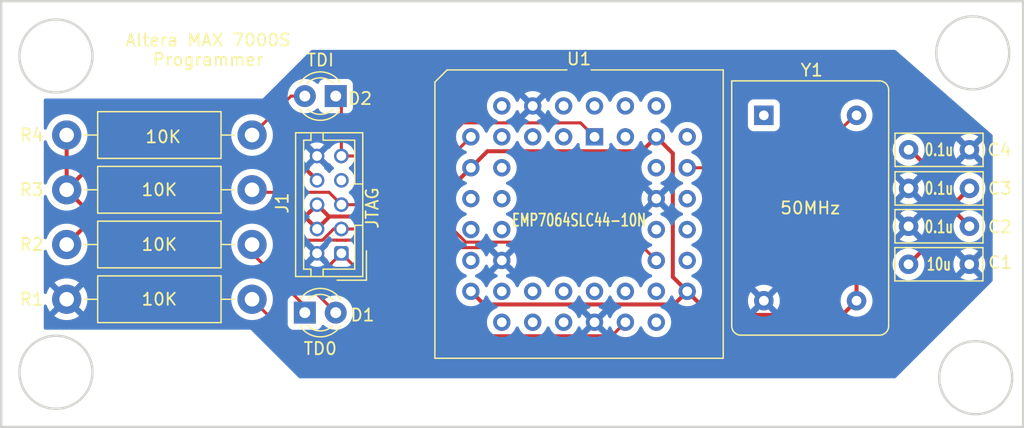
<source format=kicad_pcb>
(kicad_pcb (version 20221018) (generator pcbnew)

  (general
    (thickness 1.6)
  )

  (paper "A4")
  (layers
    (0 "F.Cu" signal)
    (31 "B.Cu" signal)
    (32 "B.Adhes" user "B.Adhesive")
    (33 "F.Adhes" user "F.Adhesive")
    (34 "B.Paste" user)
    (35 "F.Paste" user)
    (36 "B.SilkS" user "B.Silkscreen")
    (37 "F.SilkS" user "F.Silkscreen")
    (38 "B.Mask" user)
    (39 "F.Mask" user)
    (40 "Dwgs.User" user "User.Drawings")
    (41 "Cmts.User" user "User.Comments")
    (42 "Eco1.User" user "User.Eco1")
    (43 "Eco2.User" user "User.Eco2")
    (44 "Edge.Cuts" user)
    (45 "Margin" user)
    (46 "B.CrtYd" user "B.Courtyard")
    (47 "F.CrtYd" user "F.Courtyard")
    (48 "B.Fab" user)
    (49 "F.Fab" user)
    (50 "User.1" user)
    (51 "User.2" user)
    (52 "User.3" user)
    (53 "User.4" user)
    (54 "User.5" user)
    (55 "User.6" user)
    (56 "User.7" user)
    (57 "User.8" user)
    (58 "User.9" user)
  )

  (setup
    (stackup
      (layer "F.SilkS" (type "Top Silk Screen"))
      (layer "F.Paste" (type "Top Solder Paste"))
      (layer "F.Mask" (type "Top Solder Mask") (thickness 0.01))
      (layer "F.Cu" (type "copper") (thickness 0.035))
      (layer "dielectric 1" (type "core") (thickness 1.51) (material "FR4") (epsilon_r 4.5) (loss_tangent 0.02))
      (layer "B.Cu" (type "copper") (thickness 0.035))
      (layer "B.Mask" (type "Bottom Solder Mask") (thickness 0.01))
      (layer "B.Paste" (type "Bottom Solder Paste"))
      (layer "B.SilkS" (type "Bottom Silk Screen"))
      (copper_finish "None")
      (dielectric_constraints no)
    )
    (pad_to_mask_clearance 0)
    (pcbplotparams
      (layerselection 0x00010fc_ffffffff)
      (plot_on_all_layers_selection 0x0000000_00000000)
      (disableapertmacros false)
      (usegerberextensions false)
      (usegerberattributes true)
      (usegerberadvancedattributes true)
      (creategerberjobfile true)
      (dashed_line_dash_ratio 12.000000)
      (dashed_line_gap_ratio 3.000000)
      (svgprecision 6)
      (plotframeref false)
      (viasonmask false)
      (mode 1)
      (useauxorigin false)
      (hpglpennumber 1)
      (hpglpenspeed 20)
      (hpglpendiameter 15.000000)
      (dxfpolygonmode true)
      (dxfimperialunits true)
      (dxfusepcbnewfont true)
      (psnegative false)
      (psa4output false)
      (plotreference true)
      (plotvalue true)
      (plotinvisibletext false)
      (sketchpadsonfab false)
      (subtractmaskfromsilk false)
      (outputformat 1)
      (mirror false)
      (drillshape 0)
      (scaleselection 1)
      (outputdirectory "../gerbers/Altera Programmer/")
    )
  )

  (net 0 "")
  (net 1 "VCC")
  (net 2 "GND")
  (net 3 "/TCK")
  (net 4 "/TDO")
  (net 5 "/TMS")
  (net 6 "/TDI")
  (net 7 "Net-(D1-K)")
  (net 8 "Net-(D2-A)")
  (net 9 "unconnected-(J1-Pin_4-Pad4)")
  (net 10 "unconnected-(U1-IO2-Pad2)")
  (net 11 "unconnected-(U1-IO3-Pad3)")
  (net 12 "unconnected-(U1-IO4-Pad5)")
  (net 13 "unconnected-(U1-IO5-Pad6)")
  (net 14 "unconnected-(U1-IO7-Pad8)")
  (net 15 "unconnected-(U1-IO8-Pad10)")
  (net 16 "unconnected-(U1-IO9-Pad11)")
  (net 17 "unconnected-(U1-IO10-Pad12)")
  (net 18 "unconnected-(U1-IO11-Pad13)")
  (net 19 "unconnected-(U1-IO12-Pad14)")
  (net 20 "unconnected-(U1-IO13-Pad15)")
  (net 21 "unconnected-(U1-IO14-Pad18)")
  (net 22 "unconnected-(U1-IO15-Pad19)")
  (net 23 "unconnected-(U1-IO16-Pad20)")
  (net 24 "unconnected-(U1-IO17-Pad21)")
  (net 25 "unconnected-(U1-IO18-Pad22)")
  (net 26 "unconnected-(U1-IO19-Pad23)")
  (net 27 "unconnected-(U1-IO20-Pad25)")
  (net 28 "unconnected-(U1-IO22-Pad27)")
  (net 29 "unconnected-(U1-IO23-Pad28)")
  (net 30 "unconnected-(U1-IO24-Pad30)")
  (net 31 "unconnected-(U1-IO25-Pad31)")
  (net 32 "unconnected-(U1-IO27-Pad33)")
  (net 33 "unconnected-(U1-IO28-Pad34)")
  (net 34 "unconnected-(U1-IO29-Pad35)")
  (net 35 "Net-(U1-IN1(GCLK1))")
  (net 36 "unconnected-(U1-IN2(OE1)-Pad38)")
  (net 37 "unconnected-(U1-IN3(GCLRn)-Pad39)")
  (net 38 "unconnected-(U1-IN4(OE{slash}GCLK2)-Pad40)")
  (net 39 "unconnected-(Y1-Pad1)")
  (net 40 "unconnected-(U1-IO30-Pad42)")
  (net 41 "unconnected-(U1-IO31-Pad43)")
  (net 42 "unconnected-(U1-IO32-Pad44)")

  (footprint "LED_THT:LED_D3.0mm" (layer "F.Cu") (at 130 75.8 180))

  (footprint "Resistor_THT:R_Axial_DIN0411_L9.9mm_D3.6mm_P15.24mm_Horizontal" (layer "F.Cu") (at 107.88 79))

  (footprint "LED_THT:LED_D3.0mm" (layer "F.Cu") (at 127.457314 93.6))

  (footprint "Capacitor_THT:C_Disc_D7.0mm_W2.5mm_P5.00mm" (layer "F.Cu") (at 177.091647 80.213818))

  (footprint "Capacitor_THT:C_Disc_D7.0mm_W2.5mm_P5.00mm" (layer "F.Cu") (at 177.08091 89.624597))

  (footprint "Resistor_THT:R_Axial_DIN0411_L9.9mm_D3.6mm_P15.24mm_Horizontal" (layer "F.Cu") (at 107.88 83.5))

  (footprint "Capacitor_THT:C_Disc_D7.0mm_W2.5mm_P5.00mm" (layer "F.Cu") (at 182.088618 86.5 180))

  (footprint "Connector_JAE:JAE_LY20-10P-DT1_2x05_P2.00mm_Vertical" (layer "F.Cu") (at 130.461545 88.722877 180))

  (footprint "Resistor_THT:R_Axial_DIN0411_L9.9mm_D3.6mm_P15.24mm_Horizontal" (layer "F.Cu") (at 107.88 88))

  (footprint "Capacitor_THT:C_Disc_D7.0mm_W2.5mm_P5.00mm" (layer "F.Cu") (at 182.092638 83.388143 180))

  (footprint "Oscillator:Oscillator_DIP-14" (layer "F.Cu") (at 165.19 77.38 -90))

  (footprint "Package_LCC:PLCC-44_THT-Socket" (layer "F.Cu") (at 151.27 79.15))

  (footprint "Resistor_THT:R_Axial_DIN0411_L9.9mm_D3.6mm_P15.24mm_Horizontal" (layer "F.Cu") (at 107.88 92.5))

  (gr_circle (center 182.603339 98.944856) (end 185.603339 98.944856)
    (stroke (width 0.2) (type solid)) (fill none) (layer "Edge.Cuts") (tstamp 22177d2b-7c2e-4fc1-a60f-596d730646ac))
  (gr_circle (center 107 98.5) (end 110 98.5)
    (stroke (width 0.2) (type solid)) (fill none) (layer "Edge.Cuts") (tstamp 5e3b548a-6d7a-450c-b064-dc1e75361e7c))
  (gr_circle (center 107 72.5) (end 110 72.5)
    (stroke (width 0.2) (type solid)) (fill none) (layer "Edge.Cuts") (tstamp a3f1f3d2-5ad8-4b28-b551-d0e2dd11f692))
  (gr_rect (start 102.5 68) (end 186.5 103)
    (stroke (width 0.2) (type solid)) (fill none) (layer "Edge.Cuts") (tstamp ba338f13-298c-4f45-88c0-3bf09856396b))
  (gr_circle (center 182.359898 72.245044) (end 185.359898 72.245044)
    (stroke (width 0.2) (type solid)) (fill none) (layer "Edge.Cuts") (tstamp ce431724-10f7-4328-90b2-50bbad5ae398))
  (gr_text "Altera MAX 7000S\nProgrammer\n" (at 119.5 72) (layer "F.SilkS") (tstamp e975dcd6-a0da-4ef0-8ac5-1b9c1654b2c9)
    (effects (font (size 1 1) (thickness 0.15)))
  )

  (segment (start 141.11 81.69) (end 142.46899 80.33101) (width 0.3302) (layer "F.Cu") (net 1) (tstamp 0051b495-77b7-4026-bba1-ff6cfd089df5))
  (segment (start 179.520911 87.190044) (end 179.520911 85.95987) (width 0.3302) (layer "F.Cu") (net 1) (tstamp 08021b08-b832-43bf-922b-2a6da4ef0538))
  (segment (start 127.435388 85.749034) (end 127.401598 85.749034) (width 0.25) (layer "F.Cu") (net 1) (tstamp 0ad4dfdd-7d0f-4995-b30e-69c6e9756ec9))
  (segment (start 128.461545 82.722877) (end 127.018668 81.28) (width 0.3302) (layer "F.Cu") (net 1) (tstamp 0b0d0137-f4af-4a88-93d8-efe37ce6c62b))
  (segment (start 129.801334 85.698666) (end 129.437334 85.698666) (width 0.3302) (layer "F.Cu") (net 1) (tstamp 11bfe88f-0769-4286-a9ce-b11f9de2f825))
  (segment (start 179.656282 84.067664) (end 181.144309 85.555691) (width 0.3302) (layer "F.Cu") (net 1) (tstamp 15191325-efd8-4c8c-87d3-a66f34e345f7))
  (segment (start 182.092638 83.388143) (end 180.623713 84.857068) (width 0.3302) (layer "F.Cu") (net 1) (tstamp 1cd51a60-32b8-4021-a542-ccd2dd35c012))
  (segment (start 157.8137 92.9263) (end 158.89 91.85) (width 0.3302) (layer "F.Cu") (net 1) (tstamp 206eb9d0-5c85-4d5b-b940-f56ea91f9545))
  (segment (start 127.401598 85.749034) (end 127 85.749034) (width 0.3302) (layer "F.Cu") (net 1) (tstamp 2934e94b-bcf8-4910-8c1e-8eb7f85e0897))
  (segment (start 141.11 81.69) (end 137.101334 85.698666) (width 0.3302) (layer "F.Cu") (net 1) (tstamp 2a457391-2b2b-4f6c-85fa-8f7743b663f6))
  (segment (start 179.656282 82.655122) (end 179.656282 84.067664) (width 0.3302) (layer "F.Cu") (net 1) (tstamp 2f8ab829-7e23-4165-bb3b-bc3c4068899f))
  (segment (start 172.81 88.81) (end 176.762932 84.857068) (width 0.3302) (layer "F.Cu") (net 1) (tstamp 33ceb8e5-cf51-4de5-9ba9-b461a70c7b76))
  (segment (start 111.76 85.749034) (end 110.129034 85.749034) (width 0.3302) (layer "F.Cu") (net 1) (tstamp 36046078-7a2e-4287-900f-6201a707cfdc))
  (segment (start 110.130966 85.749034) (end 111.76 85.749034) (width 0.3302) (layer "F.Cu") (net 1) (tstamp 3b5c473e-a2ad-45ad-ad16-5b67d76e131b))
  (segment (start 127 85.749034) (end 111.76 85.749034) (width 0.3302) (layer "F.Cu") (net 1) (tstamp 40912b79-c6c8-40c3-bfc5-96a66e4e093e))
  (segment (start 157.70899 90.66899) (end 158.89 91.85) (width 0.3302) (layer "F.Cu") (net 1) (tstamp 48b32399-a2f0-4de6-84e6-fa3f7770bbda))
  (segment (start 160.8251 93.7851) (end 158.89 91.85) (width 0.3302) (layer "F.Cu") (net 1) (tstamp 49cd448b-0227-481e-958d-4ceb355076e9))
  (segment (start 177.214978 80.213818) (end 179.656282 82.655122) (width 0.3302) (layer "F.Cu") (net 1) (tstamp 50643628-f161-46e1-9632-ce8d2bc16cd9))
  (segment (start 155.16899 80.33101) (end 156.35 79.15) (width 0.3302) (layer "F.Cu") (net 1) (tstamp 529c7f1a-93a3-4b0c-9eaf-463642a170bb))
  (segment (start 128.461545 84.722877) (end 127.435388 85.749034) (width 0.3302) (layer "F.Cu") (net 1) (tstamp 588384c6-bbea-46fe-939d-1d5722b41d79))
  (segment (start 142.1863 92.9263) (end 157.8137 92.9263) (width 0.3302) (layer "F.Cu") (net 1) (tstamp 5ad2cf7a-983f-4d8d-9483-f34d9c717be7))
  (segment (start 141.11 91.85) (end 142.1863 92.9263) (width 0.3302) (layer "F.Cu") (net 1) (tstamp 5c332b78-4479-49d3-a0ae-17c28f30d1bc))
  (segment (start 182.079113 86.509505) (end 182.088618 86.5) (width 0.3302) (layer "F.Cu") (net 1) (tstamp 5f7ef2f3-36bf-4ee5-b92a-8db55e400750))
  (segment (start 128.461545 86.722877) (end 129.485756 85.698666) (width 0.3302) (layer "F.Cu") (net 1) (tstamp 67dd38c8-be4f-4b32-b829-b9525f928094))
  (segment (start 127.018668 81.28) (end 110.1 81.28) (width 0.3302) (layer "F.Cu") (net 1) (tstamp 68981541-c5c8-49da-923e-efefc6993053))
  (segment (start 171.6449 93.7851) (end 160.8251 93.7851) (width 0.3302) (layer "F.Cu") (net 1) (tstamp 6b662449-f3dc-40c1-bd9a-2089de72e650))
  (segment (start 176.762932 84.857068) (end 180.34 84.857068) (width 0.3302) (layer "F.Cu") (net 1) (tstamp 6e4b04bf-4ad0-4308-b3ce-ee7353e768f5))
  (segment (start 177.091647 80.213818) (end 177.214978 80.213818) (width 0.3302) (layer "F.Cu") (net 1) (tstamp 70b2f673-b713-4310-be04-9027446e2493))
  (segment (start 129.485756 85.698666) (end 129.801334 85.698666) (width 0.25) (layer "F.Cu") (net 1) (tstamp 759f324e-c30d-489e-af87-061c04b48365))
  (segment (start 107.88 88) (end 110.130966 85.749034) (width 0.3302) (layer "F.Cu") (net 1) (tstamp 7ef98c01-d4e0-48e0-80f6-2c9c4e8945da))
  (segment (start 128.461545 86.722877) (end 127.487702 85.749034) (width 0.3302) (layer "F.Cu") (net 1) (tstamp 80ec303e-8383-4b59-bdb1-d521c888790d))
  (segment (start 180.623713 84.857068) (end 180.34 84.857068) (width 0.3302) (layer "F.Cu") (net 1) (tstamp 824e5e1b-8834-4894-9040-d64a478814c7))
  (segment (start 107.88 79) (end 107.88 83.5) (width 0.3302) (layer "F.Cu") (net 1) (tstamp 9aea6a2a-13fb-4987-b123-315ec3044ef3))
  (segment (start 142.46899 80.33101) (end 155.16899 80.33101) (width 0.3302) (layer "F.Cu") (net 1) (tstamp 9b312a70-b436-43d4-8df4-d15fcb5fb1a8))
  (segment (start 180.445686 84.857068) (end 181.144309 85.555691) (width 0.3302) (layer "F.Cu") (net 1) (tstamp 9f3c9b73-b975-45e6-acdc-c6650492d2a9))
  (segment (start 156.35 79.15) (end 157.70899 80.50899) (width 0.3302) (layer "F.Cu") (net 1) (tstamp a29062b9-8833-4cb1-a476-902065c40c1e))
  (segment (start 172.81 92.62) (end 171.6449 93.7851) (width 0.3302) (layer "F.Cu") (net 1) (tstamp a7a20114-fbb2-4a7a-bc88-40a9902c9756))
  (segment (start 181.144309 85.555691) (end 182.088618 86.5) (width 0.3302) (layer "F.Cu") (net 1) (tstamp adbd98f1-7945-4d39-a69d-86e20b7d1827))
  (segment (start 177.086358 89.624597) (end 179.520911 87.190044) (width 0.3302) (layer "F.Cu") (net 1) (tstamp aeb64f49-abd5-44af-ba60-393e7f9814d2))
  (segment (start 172.81 92.62) (end 172.81 88.81) (width 0.3302) (layer "F.Cu") (net 1) (tstamp aff080fc-90d6-4bad-9584-06f780f39ecc))
  (segment (start 176.762932 84.857068) (end 177.34029 84.857068) (width 0.3302) (layer "F.Cu") (net 1) (tstamp aff88064-194c-495a-b31c-5a5631ec190f))
  (segment (start 176.762932 84.857068) (end 177.48155 84.857068) (width 0.3302) (layer "F.Cu") (net 1) (tstamp c4c5ecb0-9352-4d17-a323-caf13a27721e))
  (segment (start 177.08091 89.624597) (end 177.086358 89.624597) (width 0.3302) (layer "F.Cu") (net 1) (tstamp c8813874-f054-495a-98eb-be00822471f6))
  (segment (start 157.70899 80.50899) (end 157.70899 90.66899) (width 0.3302) (layer "F.Cu") (net 1) (tstamp cc34ec63-7234-4bfb-9d17-5abc0b234d15))
  (segment (start 110.1 81.28) (end 107.88 83.5) (width 0.3302) (layer "F.Cu") (net 1) (tstamp dc9559ca-d5d9-42e3-b357-8f4f76c68b5a))
  (segment (start 137.101334 85.698666) (end 129.801334 85.698666) (width 0.3302) (layer "F.Cu") (net 1) (tstamp e8ff43e4-74c7-4b85-8061-6ca8049d1ccd))
  (segment (start 129.437334 85.698666) (end 128.461545 84.722877) (width 0.3302) (layer "F.Cu") (net 1) (tstamp eef85f13-5922-4829-bf07-68fb752f4be9))
  (segment (start 179.520911 85.95987) (end 182.092638 83.388143) (width 0.3302) (layer "F.Cu") (net 1) (tstamp efa4e732-c5cc-4b7b-a5b3-095ec0437668))
  (segment (start 180.34 84.857068) (end 180.445686 84.857068) (width 0.3302) (layer "F.Cu") (net 1) (tstamp f3b223a8-b7a0-4779-a519-70f95a701f65))
  (segment (start 110.129034 85.749034) (end 107.88 83.5) (width 0.3302) (layer "F.Cu") (net 1) (tstamp fd51711e-2b82-4b9a-8486-fae11e18ce1e))
  (segment (start 129.547883 87.636539) (end 130.067059 87.636539) (width 0.25) (layer "F.Cu") (net 2) (tstamp 59991d6c-a46b-4b41-9f66-bb796e2b6fe8))
  (segment (start 130.856031 87.636539) (end 139.470788 87.636539) (width 0.25) (layer "F.Cu") (net 2) (tstamp 6ed8439a-e9f2-473d-a5cf-5bf02e7e5ea7))
  (segment (start 182.092638 80.25402) (end 182.088618 80.25) (width 0.3302) (layer "F.Cu") (net 2) (tstamp 7ba9dbed-4e19-41af-8fbb-6fbbf914529d))
  (segment (start 130.078397 87.647877) (end 130.844693 87.647877) (width 0.25) (layer "F.Cu") (net 2) (tstamp 7d586111-f77c-45e1-8ad6-ea1402e3028e))
  (segment (start 142.5962 88.2562) (end 143.65 89.31) (width 0.25) (layer "F.Cu") (net 2) (tstamp 84348f04-f43b-41d6-86dd-1ed2dd329ad4))
  (segment (start 140.090449 88.2562) (end 142.5962 88.2562) (width 0.25) (layer "F.Cu") (net 2) (tstamp 853ebab4-494d-4300-b501-bc701e1250ad))
  (segment (start 130.844693 87.647877) (end 130.856031 87.636539) (width 0.25) (layer "F.Cu") (net 2) (tstamp a1531c5c-a727-4640-8f6f-25c86ae8634a))
  (segment (start 130.067059 87.636539) (end 130.078397 87.647877) (width 0.25) (layer "F.Cu") (net 2) (tstamp b01b4665-adab-4fa5-bb53-628466093ae8))
  (segment (start 139.470788 87.636539) (end 140.090449 88.2562) (width 0.25) (layer "F.Cu") (net 2) (tstamp b8d1b053-380a-4121-affb-777c5d12a94b))
  (segment (start 128.461545 88.722877) (end 129.547883 87.636539) (width 0.25) (layer "F.Cu") (net 2) (tstamp e3b948e5-1aaf-4722-9bdd-1b8acc9ec02d))
  (segment (start 131.8 93) (end 129.6 90.8) (width 0.25) (layer "F.Cu") (net 3) (tstamp 06323dab-94d6-4b88-8ee3-0e9a59b7d748))
  (segment (start 127.02 96.4) (end 130.8 96.4) (width 0.25) (layer "F.Cu") (net 3) (tstamp 3facaa60-e97c-4e43-a674-387e66116e7e))
  (segment (start 137.238668 95.5) (end 130.461545 88.722877) (width 0.25) (layer "F.Cu") (net 3) (tstamp 7928d1d0-5661-4413-abcf-48633576af40))
  (segment (start 152.7 95.5) (end 137.238668 95.5) (width 0.25) (layer "F.Cu") (net 3) (tstamp 7c2ade68-7229-4e5f-9fe5-37797f3efff9))
  (segment (start 130.8 96.4) (end 131.8 95.4) (width 0.25) (layer "F.Cu") (net 3) (tstamp 7de9b58c-6707-4c4f-8d66-e3eef88d89d0))
  (segment (start 129.6 89.584422) (end 130.461545 88.722877) (width 0.25) (layer "F.Cu") (net 3) (tstamp ab2c9db0-ee6d-48f0-a390-43217f8647be))
  (segment (start 123.12 92.5) (end 127.02 96.4) (width 0.25) (layer "F.Cu") (net 3) (tstamp b90fe338-d15b-40c0-8ad2-39762426b81c))
  (segment (start 129.6 90.8) (end 129.6 89.584422) (width 0.25) (layer "F.Cu") (net 3) (tstamp be8e607c-bceb-4323-9804-082a124c3e5e))
  (segment (start 153.81 94.39) (end 152.7 95.5) (width 0.25) (layer "F.Cu") (net 3) (tstamp d6692354-b799-42c5-8285-cceff26e1dcb))
  (segment (start 131.8 95.4) (end 131.8 93) (width 0.25) (layer "F.Cu") (net 3) (tstamp dbfff91f-1b44-4702-b7e1-5d9aebf82492))
  (segment (start 128.900149 87.647877) (end 129.825149 86.722877) (width 0.25) (layer "F.Cu") (net 4) (tstamp 06ded2df-e08c-4c9f-a554-b6ef929bbe9b))
  (segment (start 156.35 89.31) (end 154.8462 87.8062) (width 0.25) (layer "F.Cu") (net 4) (tstamp 0bed07f8-9f5e-472a-89c2-604a599771b2))
  (segment (start 129.94 93.6) (end 129.865 93.6) (width 0.25) (layer "F.Cu") (net 4) (tstamp 1c8ed4b3-9ca4-47d3-bc3d-d55221a584fb))
  (segment (start 127.752123 87.647877) (end 128.900149 87.647877) (width 0.25) (layer "F.Cu") (net 4) (tstamp 2255280c-d35b-4eae-bd77-311ff1928c50))
  (segment (start 130.461637 86.722785) (end 130.461545 86.722877) (width 0.25) (layer "F.Cu") (net 4) (tstamp 253ca68f-d19e-4337-918e-1aa30189b2d3))
  (segment (start 126.8 90.402686) (end 126.8 89.2) (width 0.25) (layer "F.Cu") (net 4) (tstamp 31a30999-d506-4aae-9d75-f4b08fd269f0))
  (segment (start 140.680791 87.8062) (end 139.597376 86.722785) (width 0.25) (layer "F.Cu") (net 4) (tstamp 4b437c85-cef1-4367-a8f1-8bf35656ad58))
  (segment (start 129.997314 93.6) (end 126.8 90.402686) (width 0.25) (layer "F.Cu") (net 4) (tstamp 5d825536-20f6-4a91-ba3b-6e249522e658))
  (segment (start 154.8462 87.8062) (end 140.680791 87.8062) (width 0.25) (layer "F.Cu") (net 4) (tstamp 7ad9ac77-3284-4fc9-9268-ddee1d4cfccf))
  (segment (start 126.8 89.2) (end 126.8 88.6) (width 0.25) (layer "F.Cu") (net 4) (tstamp 7bb1b5c2-2b6e-4a47-9c97-7447e751fe7a))
  (segment (start 126.8 88.6) (end 127.752123 87.647877) (width 0.25) (layer "F.Cu") (net 4) (tstamp 9b32f542-7ecc-4403-9b50-dfab0ce91416))
  (segment (start 139.597376 86.722785) (end 130.461637 86.722785) (width 0.25) (layer "F.Cu") (net 4) (tstamp ac60c0ac-fb28-4e71-80e4-b0a2565156aa))
  (segment (start 129.825149 86.722877) (end 130.461545 86.722877) (width 0.25) (layer "F.Cu") (net 4) (tstamp de4b8bcc-5a74-4b6f-bf55-95ae0bcbf231))
  (segment (start 123.12 83.5) (end 123.327859 83.707859) (width 0.25) (layer "F.Cu") (net 5) (tstamp 2b90c6f5-c55e-4917-9770-1f7c52e9bc07))
  (segment (start 123.12 83.5) (end 123.545 83.925) (width 0.25) (layer "F.Cu") (net 5) (tstamp 35183479-a832-4cb3-bc86-c67e99d58ce7))
  (segment (start 141.11 79.15) (end 135.537123 84.722877) (width 0.25) (layer "F.Cu") (net 5) (tstamp 4b18b90b-6abc-4f87-a0f9-4ea9a6ee159d))
  (segment (start 135.537123 84.722877) (end 130.461545 84.722877) (width 0.25) (layer "F.Cu") (net 5) (tstamp 98f229e6-f81a-4f1f-b718-dde892ff0b3d))
  (segment (start 123.327859 83.707859) (end 129.446527 83.707859) (width 0.25) (layer "F.Cu") (net 5) (tstamp bf5fd7e6-c348-4f19-9bb9-879f5a53de27))
  (segment (start 129.446527 83.707859) (end 130.461545 84.722877) (width 0.25) (layer "F.Cu") (net 5) (tstamp f0cd63fb-45e7-474b-807c-89f68d877623))
  (segment (start 140.44 78) (end 137.717123 80.722877) (width 0.25) (layer "F.Cu") (net 6) (tstamp 277a1d11-aa8b-4642-a3be-f7fd6eed25e1))
  (segment (start 150.12 78) (end 140.44 78) (width 0.25) (layer "F.Cu") (net 6) (tstamp 3d0d7daa-13eb-423f-9ad2-b5bb9c60ff02))
  (segment (start 151.27 79.15) (end 150.12 78) (width 0.25) (layer "F.Cu") (net 6) (tstamp 5c276456-c012-49e9-9f39-e5dc9c675d9e))
  (segment (start 137.717123 80.722877) (end 130.461545 80.722877) (width 0.25) (layer "F.Cu") (net 6) (tstamp 7ef18a0c-d165-4866-bb17-6bb56de99ae3))
  (segment (start 130.461545 76.261545) (end 130.461545 80.722877) (width 0.25) (layer "F.Cu") (net 6) (tstamp 905c65e5-909b-4723-bd8c-f5530b431140))
  (segment (start 130 75.8) (end 130.461545 76.261545) (width 0.25) (layer "F.Cu") (net 6) (tstamp 98e0d6de-a4a8-4cce-b008-c393ea4ca625))
  (segment (start 127.325 93.6) (end 126.9 94.025) (width 0.25) (layer "F.Cu") (net 7) (tstamp 224f7acc-b880-4d98-a505-bd22d135e78e))
  (segment (start 127.457314 93.6) (end 127.457314 93.057314) (width 0.25) (layer "F.Cu") (net 7) (tstamp 48e60e9c-a3f4-4eed-9f5e-ca3b500c88f0))
  (segment (start 123.12 88.72) (end 123.12 88) (width 0.25) (layer "F.Cu") (net 7) (tstamp 6db17d18-99b4-4741-bdfa-f5678b40c034))
  (segment (start 127.4 93.6) (end 127.325 93.6) (width 0.25) (layer "F.Cu") (net 7) (tstamp 6dfb9294-cf15-45ba-8445-3ff9fe2e0e95))
  (segment (start 127.457314 93.057314) (end 123.12 88.72) (width 0.25) (layer "F.Cu") (net 7) (tstamp 716d9250-3d5a-4988-bf12-55236eac0988))
  (segment (start 123.12 88) (end 123.415509 87.704491) (width 0.25) (layer "F.Cu") (net 7) (tstamp df79ef2b-380d-4c88-b94c-f904c0e6205f))
  (segment (start 126.32 75.8) (end 127.46 75.8) (width 0.25) (layer "F.Cu") (net 8) (tstamp e7153e5e-d660-4d72-a25d-4d57f822a7a3))
  (segment (start 123.12 79) (end 126.32 75.8) (width 0.25) (layer "F.Cu") (net 8) (tstamp fb8ded05-8b3d-4462-8e9d-86a7d1f8a391))
  (segment (start 168.356894 81.69) (end 172.666894 77.38) (width 0.25) (layer "F.Cu") (net 35) (tstamp 4416f4d5-abac-43cf-acf7-be53408bd587))
  (segment (start 158.89 81.69) (end 168.356894 81.69) (width 0.25) (layer "F.Cu") (net 35) (tstamp 4f906466-c0f9-4389-aa55-84181e1ebc8b))
  (segment (start 172.666894 77.38) (end 172.81 77.38) (width 0.25) (layer "F.Cu") (net 35) (tstamp 53b3216b-09d7-415e-bbcb-bf5e5d173311))

  (zone (net 2) (net_name "GND") (layer "B.Cu") (tstamp daab8182-fa40-4812-bf9c-75c15602ec49) (hatch edge 0.508)
    (connect_pads (clearance 0.508))
    (min_thickness 0.254) (filled_areas_thickness no)
    (fill yes (thermal_gap 0.508) (thermal_bridge_width 0.508))
    (polygon
      (pts
        (xy 176 72)
        (xy 184 79)
        (xy 184 91)
        (xy 176 99)
        (xy 127 99)
        (xy 123 95)
        (xy 106 95)
        (xy 106 76)
        (xy 124 76)
        (xy 128 72)
      )
    )
    (filled_polygon
      (layer "B.Cu")
      (pts
        (xy 150.059505 92.197825)
        (xy 150.110105 92.247627)
        (xy 150.118402 92.265795)
        (xy 150.11948 92.268758)
        (xy 150.209673 92.462178)
        (xy 150.209674 92.46218)
        (xy 150.332083 92.636998)
        (xy 150.33209 92.637007)
        (xy 150.482992 92.787909)
        (xy 150.482996 92.787912)
        (xy 150.482997 92.787913)
        (xy 150.65782 92.910326)
        (xy 150.851241 93.000519)
        (xy 150.851245 93.000521)
        (xy 150.85494 93.001866)
        (xy 150.912111 93.043961)
        (xy 150.937448 93.110283)
        (xy 150.922906 93.179775)
        (xy 150.873103 93.230373)
        (xy 150.854943 93.238667)
        (xy 150.851417 93.23995)
        (xy 150.65807 93.33011)
        (xy 150.605869 93.36666)
        (xy 151.230481 93.991272)
        (xy 151.144852 94.004835)
        (xy 151.031955 94.062359)
        (xy 150.942359 94.151955)
        (xy 150.884835 94.264852)
        (xy 150.871272 94.350481)
        (xy 150.24666 93.72587)
        (xy 150.21011 93.77807)
        (xy 150.11995 93.971417)
        (xy 150.118667 93.974943)
        (xy 150.117683 93.976278)
        (xy 150.117626 93.976402)
        (xy 150.117601 93.97639)
        (xy 150.07657 94.032113)
        (xy 150.010248 94.057448)
        (xy 149.940757 94.042905)
        (xy 149.89016 93.993101)
        (xy 149.881866 93.97494)
        (xy 149.880521 93.971245)
        (xy 149.82598 93.854282)
        (xy 149.790326 93.777821)
        (xy 149.667913 93.602997)
        (xy 149.517003 93.452087)
        (xy 149.517002 93.452086)
        (xy 149.517001 93.452085)
        (xy 149.516998 93.452083)
        (xy 149.34218 93.329674)
        (xy 149.342178 93.329673)
        (xy 149.148758 93.23948)
        (xy 149.145795 93.238402)
        (xy 149.144671 93.237574)
        (xy 149.143769 93.237154)
        (xy 149.143853 93.236972)
        (xy 149.088624 93.196308)
        (xy 149.063285 93.129987)
        (xy 149.077825 93.060495)
        (xy 149.127627 93.009895)
        (xy 149.145795 93.001598)
        (xy 149.148745 93.000523)
        (xy 149.148755 93.000521)
        (xy 149.34218 92.910326)
        (xy 149.517003 92.787913)
        (xy 149.667913 92.637003)
        (xy 149.790326 92.46218)
        (xy 149.880521 92.268755)
        (xy 149.880523 92.268745)
        (xy 149.881598 92.265795)
        (xy 149.882425 92.264671)
        (xy 149.882846 92.263769)
        (xy 149.883027 92.263853)
        (xy 149.923692 92.208624)
        (xy 149.990013 92.183285)
      )
    )
    (filled_polygon
      (layer "B.Cu")
      (pts
        (xy 152.599505 92.197825)
        (xy 152.650105 92.247627)
        (xy 152.658402 92.265795)
        (xy 152.65948 92.268758)
        (xy 152.749673 92.462178)
        (xy 152.749674 92.46218)
        (xy 152.872083 92.636998)
        (xy 152.87209 92.637007)
        (xy 153.022992 92.787909)
        (xy 153.022996 92.787912)
        (xy 153.022997 92.787913)
        (xy 153.19782 92.910326)
        (xy 153.345543 92.97921)
        (xy 153.391249 93.000523)
        (xy 153.394208 93.0016)
        (xy 153.395328 93.002425)
        (xy 153.396231 93.002846)
        (xy 153.396146 93.003027)
        (xy 153.451378 93.043696)
        (xy 153.476714 93.110018)
        (xy 153.462171 93.17951)
        (xy 153.412367 93.230107)
        (xy 153.394208 93.2384)
        (xy 153.391249 93.239476)
        (xy 153.19782 93.329674)
        (xy 153.023 93.452084)
        (xy 153.022994 93.452089)
        (xy 152.872089 93.602994)
        (xy 152.872084 93.603)
        (xy 152.749674 93.77782)
        (xy 152.659473 93.971257)
        (xy 152.658128 93.974952)
        (xy 152.616028 94.032119)
        (xy 152.549703 94.057449)
        (xy 152.480213 94.0429)
        (xy 152.42962 93.993092)
        (xy 152.421328 93.974931)
        (xy 152.420048 93.971415)
        (xy 152.329889 93.778068)
        (xy 152.29334 93.72587)
        (xy 152.293338 93.72587)
        (xy 151.668727 94.350481)
        (xy 151.655165 94.264852)
        (xy 151.597641 94.151955)
        (xy 151.508045 94.062359)
        (xy 151.395148 94.004835)
        (xy 151.309517 93.991272)
        (xy 151.934128 93.36666)
        (xy 151.881924 93.330106)
        (xy 151.68858 93.239949)
        (xy 151.68506 93.238668)
        (xy 151.683725 93.237685)
        (xy 151.683598 93.237626)
        (xy 151.683609 93.2376)
        (xy 151.627889 93.196574)
        (xy 151.602551 93.130252)
        (xy 151.617092 93.060761)
        (xy 151.666894 93.010162)
        (xy 151.685063 93.001865)
        (xy 151.688751 93.000522)
        (xy 151.68875 93.000522)
        (xy 151.688755 93.000521)
        (xy 151.88218 92.910326)
        (xy 152.057003 92.787913)
        (xy 152.207913 92.637003)
        (xy 152.330326 92.46218)
        (xy 152.420521 92.268755)
        (xy 152.420523 92.268745)
        (xy 152.421598 92.265795)
        (xy 152.422425 92.264671)
        (xy 152.422846 92.263769)
        (xy 152.423027 92.263853)
        (xy 152.463692 92.208624)
        (xy 152.530013 92.183285)
      )
    )
    (filled_polygon
      (layer "B.Cu")
      (pts
        (xy 143.264835 89.435148)
        (xy 143.322359 89.548045)
        (xy 143.411955 89.637641)
        (xy 143.524852 89.695165)
        (xy 143.610482 89.708727)
        (xy 142.98587 90.333338)
        (xy 142.98587 90.333339)
        (xy 143.038072 90.369891)
        (xy 143.038071 90.369891)
        (xy 143.231415 90.460048)
        (xy 143.234931 90.461328)
        (xy 143.236265 90.46231)
        (xy 143.236402 90.462374)
        (xy 143.236389 90.462401)
        (xy 143.292105 90.503419)
        (xy 143.317447 90.569738)
        (xy 143.302911 90.639231)
        (xy 143.253112 90.689833)
        (xy 143.234952 90.698128)
        (xy 143.231257 90.699473)
        (xy 143.03782 90.789674)
        (xy 142.863 90.912084)
        (xy 142.862994 90.912089)
        (xy 142.712089 91.062994)
        (xy 142.712084 91.063)
        (xy 142.589674 91.23782)
        (xy 142.499476 91.431249)
        (xy 142.4984 91.434208)
        (xy 142.497574 91.435328)
        (xy 142.497154 91.436231)
        (xy 142.496972 91.436146)
        (xy 142.456304 91.491378)
        (xy 142.389982 91.516714)
        (xy 142.32049 91.502171)
        (xy 142.269893 91.452367)
        (xy 142.2616 91.434208)
        (xy 142.260523 91.431249)
        (xy 142.239291 91.385717)
        (xy 142.170326 91.237821)
        (xy 142.047913 91.062997)
        (xy 141.897003 90.912087)
        (xy 141.897002 90.912086)
        (xy 141.897001 90.912085)
        (xy 141.896998 90.912083)
        (xy 141.72218 90.789674)
        (xy 141.722178 90.789673)
        (xy 141.528758 90.69948)
        (xy 141.525795 90.698402)
        (xy 141.524671 90.697574)
        (xy 141.523769 90.697154)
        (xy 141.523853 90.696972)
        (xy 141.468624 90.656308)
        (xy 141.443285 90.589987)
        (xy 141.457825 90.520495)
        (xy 141.507627 90.469895)
        (xy 141.525795 90.461598)
        (xy 141.528745 90.460523)
        (xy 141.528755 90.460521)
        (xy 141.72218 90.370326)
        (xy 141.897003 90.247913)
        (xy 142.047913 90.097003)
        (xy 142.170326 89.92218)
        (xy 142.260521 89.728755)
        (xy 142.260522 89.72875)
        (xy 142.261865 89.725063)
        (xy 142.303958 89.667891)
        (xy 142.370279 89.642552)
        (xy 142.439771 89.657091)
        (xy 142.490371 89.706892)
        (xy 142.498668 89.72506)
        (xy 142.499949 89.72858)
        (xy 142.590106 89.921924)
        (xy 142.62666 89.974128)
        (xy 143.251272 89.349516)
      )
    )
    (filled_polygon
      (layer "B.Cu")
      (pts
        (xy 155.139505 79.497825)
        (xy 155.190105 79.547627)
        (xy 155.198402 79.565795)
        (xy 155.19948 79.568758)
        (xy 155.289673 79.762178)
        (xy 155.289674 79.76218)
        (xy 155.412083 79.936998)
        (xy 155.41209 79.937007)
        (xy 155.562992 80.087909)
        (xy 155.562996 80.087912)
        (xy 155.562997 80.087913)
        (xy 155.73782 80.210326)
        (xy 155.887876 80.280298)
        (xy 155.931249 80.300523)
        (xy 155.934208 80.3016)
        (xy 155.935328 80.302425)
        (xy 155.936231 80.302846)
        (xy 155.936146 80.303027)
        (xy 155.991378 80.343696)
        (xy 156.016714 80.410018)
        (xy 156.002171 80.47951)
        (xy 155.952367 80.530107)
        (xy 155.934208 80.5384)
        (xy 155.931249 80.539476)
        (xy 155.73782 80.629674)
        (xy 155.563 80.752084)
        (xy 155.562994 80.752089)
        (xy 155.412089 80.902994)
        (xy 155.412084 80.903)
        (xy 155.289674 81.07782)
        (xy 155.19948 81.271241)
        (xy 155.199478 81.271246)
        (xy 155.159042 81.422156)
        (xy 155.145455 81.472867)
        (xy 155.144242 81.477393)
        (xy 155.129843 81.641977)
        (xy 155.125641 81.69)
        (xy 155.144242 81.902608)
        (xy 155.163073 81.972886)
        (xy 155.199478 82.108753)
        (xy 155.19948 82.108758)
        (xy 155.289673 82.302178)
        (xy 155.289674 82.30218)
        (xy 155.412083 82.476998)
        (xy 155.41209 82.477007)
        (xy 155.562992 82.627909)
        (xy 155.562996 82.627912)
        (xy 155.562997 82.627913)
        (xy 155.73782 82.750326)
        (xy 155.931241 82.840519)
        (xy 155.931245 82.840521)
        (xy 155.93494 82.841866)
        (xy 155.992111 82.883961)
        (xy 156.017448 82.950283)
        (xy 156.002906 83.019775)
        (xy 155.953103 83.070373)
        (xy 155.934943 83.078667)
        (xy 155.931417 83.07995)
        (xy 155.73807 83.17011)
        (xy 155.685869 83.20666)
        (xy 156.310481 83.831272)
        (xy 156.224852 83.844835)
        (xy 156.111955 83.902359)
        (xy 156.022359 83.991955)
        (xy 155.964835 84.104852)
        (xy 155.951273 84.190481)
        (xy 155.32666 83.565869)
        (xy 155.29011 83.61807)
        (xy 155.199952 83.811413)
        (xy 155.19995 83.811418)
        (xy 155.144736 84.017479)
        (xy 155.126143 84.23)
        (xy 155.144736 84.44252)
        (xy 155.19995 84.648581)
        (xy 155.199952 84.648587)
        (xy 155.290106 84.841924)
        (xy 155.32666 84.894128)
        (xy 155.951272 84.269516)
        (xy 155.964835 84.355148)
        (xy 156.022359 84.468045)
        (xy 156.111955 84.557641)
        (xy 156.224852 84.615165)
        (xy 156.310482 84.628727)
        (xy 155.68587 85.253338)
        (xy 155.68587 85.253339)
        (xy 155.738072 85.289891)
        (xy 155.738071 85.289891)
        (xy 155.931415 85.380048)
        (xy 155.934931 85.381328)
        (xy 155.936265 85.38231)
        (xy 155.936402 85.382374)
        (xy 155.936389 85.382401)
        (xy 155.992105 85.423419)
        (xy 156.017447 85.489738)
        (xy 156.002911 85.559231)
        (xy 155.953112 85.609833)
        (xy 155.934952 85.618128)
        (xy 155.931257 85.619473)
        (xy 155.73782 85.709674)
        (xy 155.563 85.832084)
        (xy 155.562994 85.832089)
        (xy 155.412089 85.982994)
        (xy 155.412084 85.983)
        (xy 155.289674 86.15782)
        (xy 155.19948 86.351241)
        (xy 155.199478 86.351246)
        (xy 155.159621 86.499998)
        (xy 155.144242 86.557392)
        (xy 155.125641 86.77)
        (xy 155.144242 86.982608)
        (xy 155.158246 87.034872)
        (xy 155.199478 87.188753)
        (xy 155.19948 87.188758)
        (xy 155.289673 87.382178)
        (xy 155.289674 87.38218)
        (xy 155.412083 87.556998)
        (xy 155.41209 87.557007)
        (xy 155.562992 87.707909)
        (xy 155.563001 87.707916)
        (xy 155.608513 87.739784)
        (xy 155.73782 87.830326)
        (xy 155.88556 87.899218)
        (xy 155.931249 87.920523)
        (xy 155.934208 87.9216)
        (xy 155.935328 87.922425)
        (xy 155.936231 87.922846)
        (xy 155.936146 87.923027)
        (xy 155.991378 87.963696)
        (xy 156.016714 88.030018)
        (xy 156.002171 88.09951)
        (xy 155.952367 88.150107)
        (xy 155.934208 88.1584)
        (xy 155.931249 88.159476)
        (xy 155.73782 88.249674)
        (xy 155.563 88.372084)
        (xy 155.562994 88.372089)
        (xy 155.412089 88.522994)
        (xy 155.412084 88.523)
        (xy 155.289674 88.69782)
        (xy 155.19948 88.891241)
        (xy 155.199478 88.891246)
        (xy 155.176381 88.977448)
        (xy 155.144242 89.097392)
        (xy 155.125641 89.31)
        (xy 155.144242 89.522608)
        (xy 155.163602 89.59486)
        (xy 155.199478 89.728753)
        (xy 155.19948 89.728758)
        (xy 155.289673 89.922178)
        (xy 155.289674 89.92218)
        (xy 155.412083 90.096998)
        (xy 155.41209 90.097007)
        (xy 155.562992 90.247909)
        (xy 155.562996 90.247912)
        (xy 155.562997 90.247913)
        (xy 155.73782 90.370326)
        (xy 155.887876 90.440298)
        (xy 155.931249 90.460523)
        (xy 155.934208 90.4616)
        (xy 155.935328 90.462425)
        (xy 155.936231 90.462846)
        (xy 155.936146 90.463027)
        (xy 155.991378 90.503696)
        (xy 156.016714 90.570018)
        (xy 156.002171 90.63951)
        (xy 155.952367 90.690107)
        (xy 155.934208 90.6984)
        (xy 155.931249 90.699476)
        (xy 155.73782 90.789674)
        (xy 155.563 90.912084)
        (xy 155.562994 90.912089)
        (xy 155.412089 91.062994)
        (xy 155.412084 91.063)
        (xy 155.289674 91.23782)
        (xy 155.199476 91.431249)
        (xy 155.1984 91.434208)
        (xy 155.197574 91.435328)
        (xy 155.197154 91.436231)
        (xy 155.196972 91.436146)
        (xy 155.156304 91.491378)
        (xy 155.089982 91.516714)
        (xy 155.02049 91.502171)
        (xy 154.969893 91.452367)
        (xy 154.9616 91.434208)
        (xy 154.960523 91.431249)
        (xy 154.939291 91.385717)
        (xy 154.870326 91.237821)
        (xy 154.747913 91.062997)
        (xy 154.597003 90.912087)
        (xy 154.597002 90.912086)
        (xy 154.597001 90.912085)
        (xy 154.596998 90.912083)
        (xy 154.42218 90.789674)
        (xy 154.422178 90.789673)
        (xy 154.228758 90.69948)
        (xy 154.228753 90.699478)
        (xy 154.133079 90.673842)
        (xy 154.022608 90.644242)
        (xy 153.81 90.625641)
        (xy 153.809999 90.625641)
        (xy 153.751124 90.630792)
        (xy 153.597392 90.644242)
        (xy 153.553395 90.656031)
        (xy 153.391246 90.699478)
        (xy 153.391241 90.69948)
        (xy 153.19782 90.789674)
        (xy 153.023 90.912084)
        (xy 153.022994 90.912089)
        (xy 152.872089 91.062994)
        (xy 152.872084 91.063)
        (xy 152.749674 91.23782)
        (xy 152.659476 91.431249)
        (xy 152.6584 91.434208)
        (xy 152.657574 91.435328)
        (xy 152.657154 91.436231)
        (xy 152.656972 91.436146)
        (xy 152.616304 91.491378)
        (xy 152.549982 91.516714)
        (xy 152.48049 91.502171)
        (xy 152.429893 91.452367)
        (xy 152.4216 91.434208)
        (xy 152.420523 91.431249)
        (xy 152.399291 91.385717)
        (xy 152.330326 91.237821)
        (xy 152.207913 91.062997)
        (xy 152.057003 90.912087)
        (xy 152.057002 90.912086)
        (xy 152.057001 90.912085)
        (xy 152.056998 90.912083)
        (xy 151.88218 90.789674)
        (xy 151.882178 90.789673)
        (xy 151.688758 90.69948)
        (xy 151.688753 90.699478)
        (xy 151.593079 90.673842)
        (xy 151.482608 90.644242)
        (xy 151.27 90.625641)
        (xy 151.269999 90.625641)
        (xy 151.211124 90.630792)
        (xy 151.057392 90.644242)
        (xy 151.013395 90.656031)
        (xy 150.851246 90.699478)
        (xy 150.851241 90.69948)
        (xy 150.65782 90.789674)
        (xy 150.483 90.912084)
        (xy 150.482994 90.912089)
        (xy 150.332089 91.062994)
        (xy 150.332084 91.063)
        (xy 150.209674 91.23782)
        (xy 150.119476 91.431249)
        (xy 150.1184 91.434208)
        (xy 150.117574 91.435328)
        (xy 150.117154 91.436231)
        (xy 150.116972 91.436146)
        (xy 150.076304 91.491378)
        (xy 150.009982 91.516714)
        (xy 149.94049 91.502171)
        (xy 149.889893 91.452367)
        (xy 149.8816 91.434208)
        (xy 149.880523 91.431249)
        (xy 149.859291 91.385717)
        (xy 149.790326 91.237821)
        (xy 149.667913 91.062997)
        (xy 149.517003 90.912087)
        (xy 149.517002 90.912086)
        (xy 149.517001 90.912085)
        (xy 149.516998 90.912083)
        (xy 149.34218 90.789674)
        (xy 149.342178 90.789673)
        (xy 149.148758 90.69948)
        (xy 149.148753 90.699478)
        (xy 149.053079 90.673842)
        (xy 148.942608 90.644242)
        (xy 148.73 90.625641)
        (xy 148.517392 90.644242)
        (xy 148.473395 90.656031)
        (xy 148.311246 90.699478)
        (xy 148.311241 90.69948)
        (xy 148.11782 90.789674)
        (xy 147.943 90.912084)
        (xy 147.942994 90.912089)
        (xy 147.792089 91.062994)
        (xy 147.792084 91.063)
        (xy 147.669674 91.23782)
        (xy 147.579476 91.431249)
        (xy 147.5784 91.434208)
        (xy 147.577574 91.435328)
        (xy 147.577154 91.436231)
        (xy 147.576972 91.436146)
        (xy 147.536304 91.491378)
        (xy 147.469982 91.516714)
        (xy 147.40049 91.502171)
        (xy 147.349893 91.452367)
        (xy 147.3416 91.434208)
        (xy 147.340523 91.431249)
        (xy 147.319291 91.385717)
        (xy 147.250326 91.237821)
        (xy 147.127913 91.062997)
        (xy 146.977003 90.912087)
        (xy 146.977002 90.912086)
        (xy 146.977001 90.912085)
        (xy 146.976998 90.912083)
        (xy 146.80218 90.789674)
        (xy 146.802178 90.789673)
        (xy 146.608758 90.69948)
        (xy 146.608753 90.699478)
        (xy 146.513079 90.673842)
        (xy 146.402608 90.644242)
        (xy 146.19 90.625641)
        (xy 145.977392 90.644242)
        (xy 145.933395 90.656031)
        (xy 145.771246 90.699478)
        (xy 145.771241 90.69948)
        (xy 145.57782 90.789674)
        (xy 145.403 90.912084)
        (xy 145.402994 90.912089)
        (xy 145.252089 91.062994)
        (xy 145.252084 91.063)
        (xy 145.129674 91.23782)
        (xy 145.039476 91.431249)
        (xy 145.0384 91.434208)
        (xy 145.037574 91.435328)
        (xy 145.037154 91.436231)
        (xy 145.036972 91.436146)
        (xy 144.996304 91.491378)
        (xy 144.929982 91.516714)
        (xy 144.86049 91.502171)
        (xy 144.809893 91.452367)
        (xy 144.8016 91.434208)
        (xy 144.800523 91.431249)
        (xy 144.779291 91.385717)
        (xy 144.710326 91.237821)
        (xy 144.587913 91.062997)
        (xy 144.437003 90.912087)
        (xy 144.437002 90.912086)
        (xy 144.437001 90.912085)
        (xy 144.436998 90.912083)
        (xy 144.26218 90.789674)
        (xy 144.262178 90.789673)
        (xy 144.068749 90.699476)
        (xy 144.065051 90.69813)
        (xy 144.007883 90.656031)
        (xy 143.982551 90.589708)
        (xy 143.997096 90.520217)
        (xy 144.046903 90.469622)
        (xy 144.065072 90.461326)
        (xy 144.068592 90.460045)
        (xy 144.261928 90.369891)
        (xy 144.261929 90.36989)
        (xy 144.314128 90.333339)
        (xy 144.314128 90.333337)
        (xy 143.689518 89.708727)
        (xy 143.775148 89.695165)
        (xy 143.888045 89.637641)
        (xy 143.977641 89.548045)
        (xy 144.035165 89.435148)
        (xy 144.048727 89.349518)
        (xy 144.673337 89.974128)
        (xy 144.673339 89.974128)
        (xy 144.70989 89.921929)
        (xy 144.709891 89.921928)
        (xy 144.800047 89.728587)
        (xy 144.800049 89.728581)
        (xy 144.855263 89.52252)
        (xy 144.873856 89.31)
        (xy 144.855263 89.097479)
        (xy 144.800049 88.891418)
        (xy 144.800047 88.891413)
        (xy 144.709889 88.698068)
        (xy 144.67334 88.64587)
        (xy 144.673338 88.64587)
        (xy 144.048727 89.270481)
        (xy 144.035165 89.184852)
        (xy 143.977641 89.071955)
        (xy 143.888045 88.982359)
        (xy 143.775148 88.924835)
        (xy 143.689517 88.911272)
        (xy 144.314128 88.28666)
        (xy 144.261924 88.250106)
        (xy 144.06858 88.159949)
        (xy 144.06506 88.158668)
        (xy 144.063725 88.157685)
        (xy 144.063598 88.157626)
        (xy 144.063609 88.1576)
        (xy 144.007889 88.116574)
        (xy 143.982551 88.050252)
        (xy 143.997092 87.980761)
        (xy 144.046894 87.930162)
        (xy 144.065063 87.921865)
        (xy 144.068751 87.920522)
        (xy 144.06875 87.920522)
        (xy 144.068755 87.920521)
        (xy 144.26218 87.830326)
        (xy 144.437003 87.707913)
        (xy 144.587913 87.557003)
        (xy 144.710326 87.38218)
        (xy 144.800521 87.188755)
        (xy 144.855758 86.982608)
        (xy 144.874359 86.77)
        (xy 144.855758 86.557392)
        (xy 144.800521 86.351245)
        (xy 144.710326 86.157821)
        (xy 144.587913 85.982997)
        (xy 144.437003 85.832087)
        (xy 144.437002 85.832086)
        (xy 144.437001 85.832085)
        (xy 144.436998 85.832083)
        (xy 144.26218 85.709674)
        (xy 144.262178 85.709673)
        (xy 144.068758 85.61948)
        (xy 144.065795 85.618402)
        (xy 144.064671 85.617574)
        (xy 144.063769 85.617154)
        (xy 144.063853 85.616972)
        (xy 144.008624 85.576308)
        (xy 143.983285 85.509987)
        (xy 143.997825 85.440495)
        (xy 144.047627 85.389895)
        (xy 144.065795 85.381598)
        (xy 144.068745 85.380523)
        (xy 144.068755 85.380521)
        (xy 144.26218 85.290326)
        (xy 144.437003 85.167913)
        (xy 144.587913 85.017003)
        (xy 144.710326 84.84218)
        (xy 144.800521 84.648755)
        (xy 144.855758 84.442608)
        (xy 144.874359 84.23)
        (xy 144.855758 84.017392)
        (xy 144.800521 83.811245)
        (xy 144.710326 83.617821)
        (xy 144.587913 83.442997)
        (xy 144.437003 83.292087)
        (xy 144.437002 83.292086)
        (xy 144.437001 83.292085)
        (xy 144.436998 83.292083)
        (xy 144.26218 83.169674)
        (xy 144.262178 83.169673)
        (xy 144.068758 83.07948)
        (xy 144.065795 83.078402)
        (xy 144.064671 83.077574)
        (xy 144.063769 83.077154)
        (xy 144.063853 83.076972)
        (xy 144.008624 83.036308)
        (xy 143.983285 82.969987)
        (xy 143.997825 82.900495)
        (xy 144.047627 82.849895)
        (xy 144.065795 82.841598)
        (xy 144.068745 82.840523)
        (xy 144.068755 82.840521)
        (xy 144.26218 82.750326)
        (xy 144.437003 82.627913)
        (xy 144.587913 82.477003)
        (xy 144.710326 82.30218)
        (xy 144.800521 82.108755)
        (xy 144.855758 81.902608)
        (xy 144.874359 81.69)
        (xy 144.855758 81.477392)
        (xy 144.800521 81.271245)
        (xy 144.710326 81.077821)
        (xy 144.587913 80.902997)
        (xy 144.437003 80.752087)
        (xy 144.437002 80.752086)
        (xy 144.437001 80.752085)
        (xy 144.436998 80.752083)
        (xy 144.26218 80.629674)
        (xy 144.262178 80.629673)
        (xy 144.068758 80.53948)
        (xy 144.065795 80.538402)
        (xy 144.064671 80.537574)
        (xy 144.063769 80.537154)
        (xy 144.063853 80.536972)
        (xy 144.008624 80.496308)
        (xy 143.983285 80.429987)
        (xy 143.997825 80.360495)
        (xy 144.047627 80.309895)
        (xy 144.065795 80.301598)
        (xy 144.068745 80.300523)
        (xy 144.068755 80.300521)
        (xy 144.26218 80.210326)
        (xy 144.437003 80.087913)
        (xy 144.587913 79.937003)
        (xy 144.710326 79.76218)
        (xy 144.800521 79.568755)
        (xy 144.800523 79.568745)
        (xy 144.801598 79.565795)
        (xy 144.802425 79.564671)
        (xy 144.802846 79.563769)
        (xy 144.803027 79.563853)
        (xy 144.843692 79.508624)
        (xy 144.910013 79.483285)
        (xy 144.979505 79.497825)
        (xy 145.030105 79.547627)
        (xy 145.038402 79.565795)
        (xy 145.03948 79.568758)
        (xy 145.129673 79.762178)
        (xy 145.129674 79.76218)
        (xy 145.252083 79.936998)
        (xy 145.25209 79.937007)
        (xy 145.402992 80.087909)
        (xy 145.402996 80.087912)
        (xy 145.402997 80.087913)
        (xy 145.57782 80.210326)
        (xy 145.771245 80.300521)
        (xy 145.977392 80.355758)
        (xy 146.19 80.374359)
        (xy 146.402608 80.355758)
        (xy 146.608755 80.300521)
        (xy 146.80218 80.210326)
        (xy 146.977003 80.087913)
        (xy 147.127913 79.937003)
        (xy 147.250326 79.76218)
        (xy 147.340521 79.568755)
        (xy 147.340523 79.568745)
        (xy 147.341598 79.565795)
        (xy 147.342425 79.564671)
        (xy 147.342846 79.563769)
        (xy 147.343027 79.563853)
        (xy 147.383692 79.508624)
        (xy 147.450013 79.483285)
        (xy 147.519505 79.497825)
        (xy 147.570105 79.547627)
        (xy 147.578402 79.565795)
        (xy 147.57948 79.568758)
        (xy 147.669673 79.762178)
        (xy 147.669674 79.76218)
        (xy 147.792083 79.936998)
        (xy 147.79209 79.937007)
        (xy 147.942992 80.087909)
        (xy 147.942996 80.087912)
        (xy 147.942997 80.087913)
        (xy 148.11782 80.210326)
        (xy 148.311245 80.300521)
        (xy 148.517392 80.355758)
        (xy 148.73 80.374359)
        (xy 148.942608 80.355758)
        (xy 149.148755 80.300521)
        (xy 149.34218 80.210326)
        (xy 149.517003 80.087913)
        (xy 149.667913 79.937003)
        (xy 149.790326 79.76218)
        (xy 149.80683 79.726787)
        (xy 149.810105 79.719764)
        (xy 149.857022 79.666478)
        (xy 149.925299 79.647017)
        (xy 149.993259 79.667558)
        (xy 150.039325 79.721581)
        (xy 150.0503 79.773013)
        (xy 150.0503 79.909849)
        (xy 150.056809 79.970396)
        (xy 150.056811 79.970404)
        (xy 150.10791 80.107402)
        (xy 150.107912 80.107407)
        (xy 150.195538 80.224461)
        (xy 150.312592 80.312087)
        (xy 150.312594 80.312088)
        (xy 150.312596 80.312089)
        (xy 150.371675 80.334124)
        (xy 150.449595 80.363188)
        (xy 150.449603 80.36319)
        (xy 150.51015 80.369699)
        (xy 150.510155 80.369699)
        (xy 150.510162 80.3697)
        (xy 150.510168 80.3697)
        (xy 152.029832 80.3697)
        (xy 152.029838 80.3697)
        (xy 152.029845 80.369699)
        (xy 152.029849 80.369699)
        (xy 152.090396 80.36319)
        (xy 152.090399 80.363189)
        (xy 152.090401 80.363189)
        (xy 152.227404 80.312089)
        (xy 152.23951 80.303027)
        (xy 152.344461 80.224461)
        (xy 152.432087 80.107407)
        (xy 152.432087 80.107406)
        (xy 152.432089 80.107404)
        (xy 152.483189 79.970401)
        (xy 152.4897 79.909838)
        (xy 152.4897 79.773013)
        (xy 152.509702 79.704892)
        (xy 152.563358 79.658399)
        (xy 152.633632 79.648295)
        (xy 152.698212 79.677789)
        (xy 152.729895 79.719764)
        (xy 152.74967 79.762174)
        (xy 152.749674 79.76218)
        (xy 152.872083 79.936998)
        (xy 152.87209 79.937007)
        (xy 153.022992 80.087909)
        (xy 153.022996 80.087912)
        (xy 153.022997 80.087913)
        (xy 153.19782 80.210326)
        (xy 153.391245 80.300521)
        (xy 153.597392 80.355758)
        (xy 153.81 80.374359)
        (xy 154.022608 80.355758)
        (xy 154.228755 80.300521)
        (xy 154.42218 80.210326)
        (xy 154.597003 80.087913)
        (xy 154.747913 79.937003)
        (xy 154.870326 79.76218)
        (xy 154.960521 79.568755)
        (xy 154.960523 79.568745)
        (xy 154.961598 79.565795)
        (xy 154.962425 79.564671)
        (xy 154.962846 79.563769)
        (xy 154.963027 79.563853)
        (xy 155.003692 79.508624)
        (xy 155.070013 79.483285)
      )
    )
    (filled_polygon
      (layer "B.Cu")
      (pts
        (xy 142.439505 87.117825)
        (xy 142.490105 87.167627)
        (xy 142.498402 87.185795)
        (xy 142.49948 87.188758)
        (xy 142.589673 87.382178)
        (xy 142.589674 87.38218)
        (xy 142.712083 87.556998)
        (xy 142.71209 87.557007)
        (xy 142.862992 87.707909)
        (xy 142.863001 87.707916)
        (xy 142.908513 87.739784)
        (xy 143.03782 87.830326)
        (xy 143.231241 87.920519)
        (xy 143.231245 87.920521)
        (xy 143.23494 87.921866)
        (xy 143.292111 87.963961)
        (xy 143.317448 88.030283)
        (xy 143.302906 88.099775)
        (xy 143.253103 88.150373)
        (xy 143.234943 88.158667)
        (xy 143.231417 88.15995)
        (xy 143.03807 88.25011)
        (xy 142.985869 88.28666)
        (xy 143.610481 88.911272)
        (xy 143.524852 88.924835)
        (xy 143.411955 88.982359)
        (xy 143.322359 89.071955)
        (xy 143.264835 89.184852)
        (xy 143.251272 89.270481)
        (xy 142.62666 88.645869)
        (xy 142.59011 88.69807)
        (xy 142.49995 88.891417)
        (xy 142.498667 88.894943)
        (xy 142.497683 88.896278)
        (xy 142.497626 88.896402)
        (xy 142.497601 88.89639)
        (xy 142.45657 88.952113)
        (xy 142.390248 88.977448)
        (xy 142.320757 88.962905)
        (xy 142.27016 88.913101)
        (xy 142.261866 88.89494)
        (xy 142.260521 88.891245)
        (xy 142.240367 88.848025)
        (xy 142.170326 88.697821)
        (xy 142.047913 88.522997)
        (xy 141.897003 88.372087)
        (xy 141.897002 88.372086)
        (xy 141.897001 88.372085)
        (xy 141.896998 88.372083)
        (xy 141.72218 88.249674)
        (xy 141.722178 88.249673)
        (xy 141.528758 88.15948)
        (xy 141.525795 88.158402)
        (xy 141.524671 88.157574)
        (xy 141.523769 88.157154)
        (xy 141.523853 88.156972)
        (xy 141.468624 88.116308)
        (xy 141.443285 88.049987)
        (xy 141.457825 87.980495)
        (xy 141.507627 87.929895)
        (xy 141.525795 87.921598)
        (xy 141.528745 87.920523)
        (xy 141.528755 87.920521)
        (xy 141.72218 87.830326)
        (xy 141.897003 87.707913)
        (xy 142.047913 87.557003)
        (xy 142.170326 87.38218)
        (xy 142.260521 87.188755)
        (xy 142.260523 87.188745)
        (xy 142.261598 87.185795)
        (xy 142.262425 87.184671)
        (xy 142.262846 87.183769)
        (xy 142.263027 87.183853)
        (xy 142.303692 87.128624)
        (xy 142.370013 87.103285)
      )
    )
    (filled_polygon
      (layer "B.Cu")
      (pts
        (xy 157.373338 84.894128)
        (xy 157.373339 84.894128)
        (xy 157.40989 84.841929)
        (xy 157.409891 84.841928)
        (xy 157.500045 84.648592)
        (xy 157.501326 84.645072)
        (xy 157.502309 84.643735)
        (xy 157.502374 84.643598)
        (xy 157.502401 84.64361)
        (xy 157.543415 84.587897)
        (xy 157.609734 84.562552)
        (xy 157.679227 84.577086)
        (xy 157.729831 84.626883)
        (xy 157.73813 84.645051)
        (xy 157.739476 84.648749)
        (xy 157.829673 84.842178)
        (xy 157.829674 84.84218)
        (xy 157.952083 85.016998)
        (xy 157.95209 85.017007)
        (xy 158.102992 85.167909)
        (xy 158.103001 85.167916)
        (xy 158.150951 85.201491)
        (xy 158.27782 85.290326)
        (xy 158.35038 85.324161)
        (xy 158.471249 85.380523)
        (xy 158.474208 85.3816)
        (xy 158.475328 85.382425)
        (xy 158.476231 85.382846)
        (xy 158.476146 85.383027)
        (xy 158.531378 85.423696)
        (xy 158.556714 85.490018)
        (xy 158.542171 85.55951)
        (xy 158.492367 85.610107)
        (xy 158.474208 85.6184)
        (xy 158.471249 85.619476)
        (xy 158.27782 85.709674)
        (xy 158.103 85.832084)
        (xy 158.102994 85.832089)
        (xy 157.952089 85.982994)
        (xy 157.952084 85.983)
        (xy 157.829674 86.15782)
        (xy 157.739476 86.351249)
        (xy 157.7384 86.354208)
        (xy 157.737574 86.355328)
        (xy 157.737154 86.356231)
        (xy 157.736972 86.356146)
        (xy 157.696304 86.411378)
        (xy 157.629982 86.436714)
        (xy 157.56049 86.422171)
        (xy 157.509893 86.372367)
        (xy 157.5016 86.354208)
        (xy 157.500523 86.351249)
        (xy 157.417105 86.172359)
        (xy 157.410326 86.157821)
        (xy 157.287913 85.982997)
        (xy 157.137003 85.832087)
        (xy 157.137002 85.832086)
        (xy 157.137001 85.832085)
        (xy 157.136998 85.832083)
        (xy 156.96218 85.709674)
        (xy 156.962178 85.709673)
        (xy 156.768749 85.619476)
        (xy 156.765051 85.61813)
        (xy 156.707883 85.576031)
        (xy 156.682551 85.509708)
        (xy 156.697096 85.440217)
        (xy 156.746903 85.389622)
        (xy 156.765072 85.381326)
        (xy 156.768592 85.380045)
        (xy 156.961928 85.289891)
        (xy 156.961929 85.28989)
        (xy 157.014128 85.253339)
        (xy 157.014128 85.253337)
        (xy 156.389518 84.628727)
        (xy 156.475148 84.615165)
        (xy 156.588045 84.557641)
        (xy 156.677641 84.468045)
        (xy 156.735165 84.355148)
        (xy 156.748727 84.269516)
      )
    )
    (filled_polygon
      (layer "B.Cu")
      (pts
        (xy 157.679505 82.037825)
        (xy 157.730105 82.087627)
        (xy 157.738402 82.105795)
        (xy 157.73948 82.108758)
        (xy 157.829673 82.302178)
        (xy 157.829674 82.30218)
        (xy 157.952083 82.476998)
        (xy 157.95209 82.477007)
        (xy 158.102992 82.627909)
        (xy 158.102996 82.627912)
        (xy 158.102997 82.627913)
        (xy 158.27782 82.750326)
        (xy 158.427876 82.820298)
        (xy 158.471249 82.840523)
        (xy 158.474208 82.8416)
        (xy 158.475328 82.842425)
        (xy 158.476231 82.842846)
        (xy 158.476146 82.843027)
        (xy 158.531378 82.883696)
        (xy 158.556714 82.950018)
        (xy 158.542171 83.01951)
        (xy 158.492367 83.070107)
        (xy 158.474208 83.0784)
        (xy 158.471249 83.079476)
        (xy 158.27782 83.169674)
        (xy 158.103 83.292084)
        (xy 158.102994 83.292089)
        (xy 157.952089 83.442994)
        (xy 157.952084 83.443)
        (xy 157.829674 83.61782)
        (xy 157.739473 83.811257)
        (xy 157.738128 83.814952)
        (xy 157.696028 83.872119)
        (xy 157.629703 83.897449)
        (xy 157.560213 83.8829)
        (xy 157.50962 83.833092)
        (xy 157.501328 83.814931)
        (xy 157.500048 83.811415)
        (xy 157.409889 83.618068)
        (xy 157.373339 83.56587)
        (xy 156.748727 84.190481)
        (xy 156.735165 84.104852)
        (xy 156.677641 83.991955)
        (xy 156.588045 83.902359)
        (xy 156.475148 83.844835)
        (xy 156.389517 83.831272)
        (xy 157.014128 83.20666)
        (xy 156.961924 83.170106)
        (xy 156.76858 83.079949)
        (xy 156.76506 83.078668)
        (xy 156.763725 83.077685)
        (xy 156.763598 83.077626)
        (xy 156.763609 83.0776)
        (xy 156.707889 83.036574)
        (xy 156.682551 82.970252)
        (xy 156.697092 82.900761)
        (xy 156.746894 82.850162)
        (xy 156.765063 82.841865)
        (xy 156.768751 82.840522)
        (xy 156.76875 82.840522)
        (xy 156.768755 82.840521)
        (xy 156.96218 82.750326)
        (xy 157.137003 82.627913)
        (xy 157.287913 82.477003)
        (xy 157.410326 82.30218)
        (xy 157.500521 82.108755)
        (xy 157.500523 82.108745)
        (xy 157.501598 82.105795)
        (xy 157.502425 82.104671)
        (xy 157.502846 82.103769)
        (xy 157.503027 82.103853)
        (xy 157.543692 82.048624)
        (xy 157.610013 82.023285)
      )
    )
    (filled_polygon
      (layer "B.Cu")
      (pts
        (xy 145.804835 76.735148)
        (xy 145.862359 76.848045)
        (xy 145.951955 76.937641)
        (xy 146.064852 76.995165)
        (xy 146.150482 77.008727)
        (xy 145.52587 77.633338)
        (xy 145.52587 77.633339)
        (xy 145.578072 77.669891)
        (xy 145.578071 77.669891)
        (xy 145.771415 77.760048)
        (xy 145.774931 77.761328)
        (xy 145.776265 77.76231)
        (xy 145.776402 77.762374)
        (xy 145.776389 77.762401)
        (xy 145.832105 77.803419)
        (xy 145.857447 77.869738)
        (xy 145.842911 77.939231)
        (xy 145.793112 77.989833)
        (xy 145.774952 77.998128)
        (xy 145.771257 77.999473)
        (xy 145.57782 78.089674)
        (xy 145.403 78.212084)
        (xy 145.402994 78.212089)
        (xy 145.252089 78.362994)
        (xy 145.252084 78.363)
        (xy 145.129674 78.53782)
        (xy 145.039476 78.731249)
        (xy 145.0384 78.734208)
        (xy 145.037574 78.735328)
        (xy 145.037154 78.736231)
        (xy 145.036972 78.736146)
        (xy 144.996304 78.791378)
        (xy 144.929982 78.816714)
        (xy 144.86049 78.802171)
        (xy 144.809893 78.752367)
        (xy 144.8016 78.734208)
        (xy 144.800523 78.731249)
        (xy 144.753723 78.630887)
        (xy 144.710326 78.537821)
        (xy 144.587913 78.362997)
        (xy 144.437003 78.212087)
        (xy 144.437002 78.212086)
        (xy 144.437001 78.212085)
        (xy 144.436998 78.212083)
        (xy 144.26218 78.089674)
        (xy 144.262178 78.089673)
        (xy 144.068758 77.99948)
        (xy 144.065795 77.998402)
        (xy 144.064671 77.997574)
        (xy 144.063769 77.997154)
        (xy 144.063853 77.996972)
        (xy 144.008624 77.956308)
        (xy 143.983285 77.889987)
        (xy 143.997825 77.820495)
        (xy 144.047627 77.769895)
        (xy 144.065795 77.761598)
        (xy 144.068745 77.760523)
        (xy 144.068755 77.760521)
        (xy 144.26218 77.670326)
        (xy 144.437003 77.547913)
        (xy 144.587913 77.397003)
        (xy 144.710326 77.22218)
        (xy 144.800521 77.028755)
        (xy 144.800523 77.028749)
        (xy 144.801865 77.025063)
        (xy 144.843958 76.967891)
        (xy 144.910279 76.942552)
        (xy 144.979771 76.957091)
        (xy 145.030371 77.006892)
        (xy 145.038668 77.02506)
        (xy 145.039949 77.02858)
        (xy 145.130106 77.221924)
        (xy 145.16666 77.274128)
        (xy 145.166661 77.274128)
        (xy 145.791272 76.649516)
      )
    )
    (filled_polygon
      (layer "B.Cu")
      (pts
        (xy 147.213337 77.274128)
        (xy 147.213339 77.274128)
        (xy 147.24989 77.221929)
        (xy 147.249891 77.221928)
        (xy 147.340045 77.028592)
        (xy 147.341326 77.025072)
        (xy 147.342309 77.023735)
        (xy 147.342374 77.023598)
        (xy 147.342401 77.02361)
        (xy 147.383415 76.967897)
        (xy 147.449734 76.942552)
        (xy 147.519227 76.957086)
        (xy 147.569831 77.006883)
        (xy 147.57813 77.025051)
        (xy 147.579476 77.028749)
        (xy 147.669673 77.222178)
        (xy 147.669674 77.22218)
        (xy 147.792083 77.396998)
        (xy 147.79209 77.397007)
        (xy 147.942992 77.547909)
        (xy 147.942996 77.547912)
        (xy 147.942997 77.547913)
        (xy 148.11782 77.670326)
        (xy 148.260851 77.737022)
        (xy 148.311249 77.760523)
        (xy 148.314208 77.7616)
        (xy 148.315328 77.762425)
        (xy 148.316231 77.762846)
        (xy 148.316146 77.763027)
        (xy 148.371378 77.803696)
        (xy 148.396714 77.870018)
        (xy 148.382171 77.93951)
        (xy 148.332367 77.990107)
        (xy 148.314208 77.9984)
        (xy 148.311249 77.999476)
        (xy 148.11782 78.089674)
        (xy 147.943 78.212084)
        (xy 147.942994 78.212089)
        (xy 147.792089 78.362994)
        (xy 147.792084 78.363)
        (xy 147.669674 78.53782)
        (xy 147.579476 78.731249)
        (xy 147.5784 78.734208)
        (xy 147.577574 78.735328)
        (xy 147.577154 78.736231)
        (xy 147.576972 78.736146)
        (xy 147.536304 78.791378)
        (xy 147.469982 78.816714)
        (xy 147.40049 78.802171)
        (xy 147.349893 78.752367)
        (xy 147.3416 78.734208)
        (xy 147.340523 78.731249)
        (xy 147.293723 78.630887)
        (xy 147.250326 78.537821)
        (xy 147.127913 78.362997)
        (xy 146.977003 78.212087)
        (xy 146.977002 78.212086)
        (xy 146.977001 78.212085)
        (xy 146.976998 78.212083)
        (xy 146.80218 78.089674)
        (xy 146.802178 78.089673)
        (xy 146.608749 77.999476)
        (xy 146.605051 77.99813)
        (xy 146.547883 77.956031)
        (xy 146.522551 77.889708)
        (xy 146.537096 77.820217)
        (xy 146.586903 77.769622)
        (xy 146.605072 77.761326)
        (xy 146.608592 77.760045)
        (xy 146.801928 77.669891)
        (xy 146.801929 77.66989)
        (xy 146.854128 77.633339)
        (xy 146.854128 77.633337)
        (xy 146.229518 77.008727)
        (xy 146.315148 76.995165)
        (xy 146.428045 76.937641)
        (xy 146.517641 76.848045)
        (xy 146.575165 76.735148)
        (xy 146.588727 76.649518)
      )
    )
    (filled_polygon
      (layer "B.Cu")
      (pts
        (xy 129.551012 87.358447)
        (xy 129.562094 87.371236)
        (xy 129.638842 87.472867)
        (xy 129.711856 87.539427)
        (xy 129.748723 87.600102)
        (xy 129.746934 87.671076)
        (xy 129.707058 87.729816)
        (xy 129.69312 87.739782)
        (xy 129.677857 87.749196)
        (xy 129.637892 87.773847)
        (xy 129.637886 87.773852)
        (xy 129.51252 87.899218)
        (xy 129.512515 87.899224)
        (xy 129.419429 88.050141)
        (xy 129.392117 88.132562)
        (xy 129.361608 88.182023)
        (xy 128.860272 88.683358)
        (xy 128.84671 88.597729)
        (xy 128.789186 88.484832)
        (xy 128.69959 88.395236)
        (xy 128.586693 88.337712)
        (xy 128.501061 88.324149)
        (xy 129.044549 87.78066)
        (xy 129.041328 87.752897)
        (xy 129.053345 87.682925)
        (xy 129.100155 87.63125)
        (xy 129.132427 87.611269)
        (xy 129.284246 87.472868)
        (xy 129.360994 87.371235)
        (xy 129.418007 87.328929)
        (xy 129.488843 87.324161)
      )
    )
    (filled_polygon
      (layer "B.Cu")
      (pts
        (xy 129.407156 81.309277)
        (xy 129.44184 81.30688)
        (xy 129.511178 81.322137)
        (xy 129.55108 81.356649)
        (xy 129.638843 81.472868)
        (xy 129.790662 81.611269)
        (xy 129.797895 81.615747)
        (xy 129.845285 81.668612)
        (xy 129.85657 81.738706)
        (xy 129.828168 81.803774)
        (xy 129.797908 81.829997)
        (xy 129.790667 81.83448)
        (xy 129.790663 81.834484)
        (xy 129.638842 81.972886)
        (xy 129.562095 82.074517)
        (xy 129.505081 82.116825)
        (xy 129.434245 82.121592)
        (xy 129.372076 82.087305)
        (xy 129.360995 82.074517)
        (xy 129.284247 81.972886)
        (xy 129.132428 81.834485)
        (xy 129.100157 81.814504)
        (xy 129.05277 81.761637)
        (xy 129.041328 81.692856)
        (xy 129.044549 81.665092)
        (xy 128.501062 81.121604)
        (xy 128.586693 81.108042)
        (xy 128.69959 81.050518)
        (xy 128.789186 80.960922)
        (xy 128.84671 80.848025)
        (xy 128.860272 80.762393)
      )
    )
    (filled_polygon
      (layer "B.Cu")
      (pts
        (xy 176.020778 72.020002)
        (xy 176.035625 72.031172)
        (xy 183.956972 78.962351)
        (xy 183.995066 79.022261)
        (xy 184 79.057175)
        (xy 184 90.94781)
        (xy 183.979998 91.015931)
        (xy 183.963095 91.036905)
        (xy 176.036905 98.963095)
        (xy 175.974593 98.997121)
        (xy 175.94781 99)
        (xy 127.05219 99)
        (xy 126.984069 98.979998)
        (xy 126.963095 98.963095)
        (xy 123.000001 95)
        (xy 123 95)
        (xy 106.126 95)
        (xy 106.057879 94.979998)
        (xy 106.011386 94.926342)
        (xy 106 94.874)
        (xy 106 94.548649)
        (xy 126.048814 94.548649)
        (xy 126.055323 94.609196)
        (xy 126.055325 94.609204)
        (xy 126.106424 94.746202)
        (xy 126.106426 94.746207)
        (xy 126.194052 94.863261)
        (xy 126.311106 94.950887)
        (xy 126.311108 94.950888)
        (xy 126.31111 94.950889)
        (xy 126.362557 94.970078)
        (xy 126.448109 95.001988)
        (xy 126.448117 95.00199)
        (xy 126.508664 95.008499)
        (xy 126.508669 95.008499)
        (xy 126.508676 95.0085)
        (xy 126.508682 95.0085)
        (xy 128.405946 95.0085)
        (xy 128.405952 95.0085)
        (xy 128.405959 95.008499)
        (xy 128.405963 95.008499)
        (xy 128.46651 95.00199)
        (xy 128.466513 95.001989)
        (xy 128.466515 95.001989)
        (xy 128.46669 95.001924)
        (xy 128.485359 94.99496)
        (xy 128.603518 94.950889)
        (xy 128.720575 94.863261)
        (xy 128.808203 94.746204)
        (xy 128.831572 94.683547)
        (xy 128.874118 94.626715)
        (xy 128.940639 94.601904)
        (xy 129.010013 94.616996)
        (xy 129.035608 94.636996)
        (xy 129.03626 94.636289)
        (xy 129.040092 94.639817)
        (xy 129.09628 94.68355)
        (xy 129.224297 94.78319)
        (xy 129.429587 94.894287)
        (xy 129.650363 94.97008)
        (xy 129.880602 95.0085)
        (xy 129.880606 95.0085)
        (xy 130.114022 95.0085)
        (xy 130.114026 95.0085)
        (xy 130.344265 94.97008)
        (xy 130.565041 94.894287)
        (xy 130.770331 94.78319)
        (xy 130.954534 94.639818)
        (xy 130.966597 94.626715)
        (xy 131.112628 94.468083)
        (xy 131.163642 94.39)
        (xy 131.240298 94.272669)
        (xy 131.334063 94.058907)
        (xy 131.391365 93.832626)
        (xy 131.410641 93.6)
        (xy 131.391365 93.367374)
        (xy 131.391184 93.36666)
        (xy 131.334064 93.141096)
        (xy 131.334061 93.141089)
        (xy 131.329307 93.130252)
        (xy 131.240298 92.927331)
        (xy 131.229188 92.910326)
        (xy 131.112628 92.731916)
        (xy 130.954539 92.560186)
        (xy 130.954535 92.560182)
        (xy 130.828619 92.462178)
        (xy 130.770331 92.41681)
        (xy 130.565041 92.305713)
        (xy 130.565038 92.305712)
        (xy 130.565037 92.305711)
        (xy 130.344269 92.229921)
        (xy 130.344262 92.229919)
        (xy 130.245725 92.213476)
        (xy 130.114026 92.1915)
        (xy 129.880602 92.1915)
        (xy 129.76538 92.210727)
        (xy 129.650365 92.229919)
        (xy 129.650358 92.229921)
        (xy 129.42959 92.305711)
        (xy 129.429587 92.305713)
        (xy 129.224299 92.416809)
        (xy 129.224297 92.41681)
        (xy 129.040092 92.560182)
        (xy 129.03626 92.563711)
        (xy 129.034895 92.562228)
        (xy 128.981443 92.594333)
        (xy 128.910479 92.59218)
        (xy 128.851944 92.552003)
        (xy 128.831572 92.516449)
        (xy 128.808203 92.453797)
        (xy 128.808201 92.453792)
        (xy 128.720575 92.336738)
        (xy 128.603521 92.249112)
        (xy 128.603516 92.24911)
        (xy 128.466518 92.198011)
        (xy 128.46651 92.198009)
        (xy 128.405963 92.1915)
        (xy 128.405952 92.1915)
        (xy 126.508676 92.1915)
        (xy 126.508664 92.1915)
        (xy 126.448117 92.198009)
        (xy 126.448109 92.198011)
        (xy 126.311111 92.24911)
        (xy 126.311106 92.249112)
        (xy 126.194052 92.336738)
        (xy 126.106426 92.453792)
        (xy 126.106424 92.453797)
        (xy 126.055325 92.590795)
        (xy 126.055323 92.590803)
        (xy 126.048814 92.65135)
        (xy 126.048814 94.548649)
        (xy 106 94.548649)
        (xy 106 93.050848)
        (xy 106.020002 92.982727)
        (xy 106.073658 92.936234)
        (xy 106.143932 92.92613)
        (xy 106.208512 92.955624)
        (xy 106.24329 93.004815)
        (xy 106.336826 93.243144)
        (xy 106.336828 93.243148)
        (xy 106.464824 93.464844)
        (xy 106.464829 93.464852)
        (xy 106.50525 93.515537)
        (xy 106.505252 93.515537)
        (xy 107.31557 92.705219)
        (xy 107.355901 92.802588)
        (xy 107.452075 92.927925)
        (xy 107.577412 93.024099)
        (xy 107.674779 93.064429)
        (xy 106.864421 93.874786)
        (xy 106.864421 93.874787)
        (xy 107.02361 93.983321)
        (xy 107.023611 93.983322)
        (xy 107.254239 94.094386)
        (xy 107.498862 94.169844)
        (xy 107.49887 94.169845)
        (xy 107.752008 94.208)
        (xy 108.007992 94.208)
        (xy 108.261129 94.169845)
        (xy 108.261141 94.169843)
        (xy 108.505746 94.094392)
        (xy 108.505753 94.094389)
        (xy 108.736397 93.983318)
        (xy 108.736399 93.983317)
        (xy 108.895577 93.874789)
        (xy 108.895578 93.874787)
        (xy 108.08522 93.064429)
        (xy 108.182588 93.024099)
        (xy 108.307925 92.927925)
        (xy 108.404099 92.802589)
        (xy 108.444429 92.70522)
        (xy 109.254747 93.515538)
        (xy 109.254748 93.515537)
        (xy 109.295172 93.464849)
        (xy 109.295172 93.464848)
        (xy 109.423171 93.243148)
        (xy 109.423173 93.243144)
        (xy 109.516693 93.004856)
        (xy 109.516694 93.004854)
        (xy 109.573658 92.755281)
        (xy 109.592788 92.499999)
        (xy 121.406709 92.499999)
        (xy 121.425845 92.755356)
        (xy 121.482826 93.005002)
        (xy 121.482827 93.005005)
        (xy 121.576374 93.243362)
        (xy 121.576376 93.243366)
        (xy 121.70441 93.465127)
        (xy 121.704412 93.46513)
        (xy 121.704413 93.465131)
        (xy 121.864069 93.665334)
        (xy 122.051781 93.839505)
        (xy 122.051787 93.839509)
        (xy 122.263345 93.983748)
        (xy 122.263352 93.983752)
        (xy 122.263355 93.983754)
        (xy 122.363774 94.032113)
        (xy 122.49406 94.094856)
        (xy 122.494073 94.094861)
        (xy 122.738746 94.170332)
        (xy 122.738748 94.170332)
        (xy 122.738757 94.170335)
        (xy 122.991966 94.2085)
        (xy 122.99197 94.2085)
        (xy 123.24803 94.2085)
        (xy 123.248034 94.2085)
        (xy 123.501243 94.170335)
        (xy 123.56083 94.151955)
        (xy 123.745929 94.09486)
        (xy 123.74593 94.094859)
        (xy 123.745935 94.094858)
        (xy 123.976646 93.983754)
        (xy 124.188219 93.839505)
        (xy 124.375931 93.665334)
        (xy 124.535587 93.465131)
        (xy 124.663622 93.243369)
        (xy 124.663711 93.243144)
        (xy 124.729953 93.074359)
        (xy 124.757174 93.005001)
        (xy 124.814155 92.755353)
        (xy 124.833291 92.5)
        (xy 124.814155 92.244647)
        (xy 124.757174 91.994999)
        (xy 124.71989 91.9)
        (xy 124.700267 91.85)
        (xy 139.885641 91.85)
        (xy 139.904242 92.062608)
        (xy 139.925191 92.14079)
        (xy 139.959478 92.268753)
        (xy 139.95948 92.268758)
        (xy 140.049673 92.462178)
        (xy 140.049674 92.46218)
        (xy 140.172083 92.636998)
        (xy 140.17209 92.637007)
        (xy 140.322992 92.787909)
        (xy 140.322996 92.787912)
        (xy 140.322997 92.787913)
        (xy 140.49782 92.910326)
        (xy 140.691245 93.000521)
        (xy 140.897392 93.055758)
        (xy 141.11 93.074359)
        (xy 141.322608 93.055758)
        (xy 141.528755 93.000521)
        (xy 141.72218 92.910326)
        (xy 141.897003 92.787913)
        (xy 142.047913 92.637003)
        (xy 142.170326 92.46218)
        (xy 142.260521 92.268755)
        (xy 142.260523 92.268745)
        (xy 142.261598 92.265795)
        (xy 142.262425 92.264671)
        (xy 142.262846 92.263769)
        (xy 142.263027 92.263853)
        (xy 142.303692 92.208624)
        (xy 142.370013 92.183285)
        (xy 142.439505 92.197825)
        (xy 142.490105 92.247627)
        (xy 142.498402 92.265795)
        (xy 142.49948 92.268758)
        (xy 142.589673 92.462178)
        (xy 142.589674 92.46218)
        (xy 142.712083 92.636998)
        (xy 142.71209 92.637007)
        (xy 142.862992 92.787909)
        (xy 142.862996 92.787912)
        (xy 142.862997 92.787913)
        (xy 143.03782 92.910326)
        (xy 143.185543 92.97921)
        (xy 143.231249 93.000523)
        (xy 143.234208 93.0016)
        (xy 143.235328 93.002425)
        (xy 143.236231 93.002846)
        (xy 143.236146 93.003027)
        (xy 143.291378 93.043696)
        (xy 143.316714 93.110018)
        (xy 143.302171 93.17951)
        (xy 143.252367 93.230107)
        (xy 143.234208 93.2384)
        (xy 143.231249 93.239476)
        (xy 143.03782 93.329674)
        (xy 142.863 93.452084)
        (xy 142.862994 93.452089)
        (xy 142.712089 93.602994)
        (xy 142.712084 93.603)
        (xy 142.589674 93.77782)
        (xy 142.49948 93.971241)
        (xy 142.499478 93.971246)
        (xy 142.466482 94.094392)
        (xy 142.444242 94.177392)
        (xy 142.425641 94.39)
        (xy 142.444242 94.602608)
        (xy 142.473842 94.713079)
        (xy 142.499478 94.808753)
        (xy 142.49948 94.808758)
        (xy 142.589673 95.002178)
        (xy 142.589674 95.00218)
        (xy 142.712083 95.176998)
        (xy 142.71209 95.177007)
        (xy 142.862992 95.327909)
        (xy 142.862996 95.327912)
        (xy 142.862997 95.327913)
        (xy 143.03782 95.450326)
        (xy 143.231245 95.540521)
        (xy 143.437392 95.595758)
        (xy 143.65 95.614359)
        (xy 143.862608 95.595758)
        (xy 144.068755 95.540521)
        (xy 144.26218 95.450326)
        (xy 144.437003 95.327913)
        (xy 144.587913 95.177003)
        (xy 144.710326 95.00218)
        (xy 144.800521 94.808755)
        (xy 144.800523 94.808745)
        (xy 144.801598 94.805795)
        (xy 144.802425 94.804671)
        (xy 144.802846 94.803769)
        (xy 144.803027 94.803853)
        (xy 144.843692 94.748624)
        (xy 144.910013 94.723285)
        (xy 144.979505 94.737825)
        (xy 145.030105 94.787627)
        (xy 145.038402 94.805795)
        (xy 145.03948 94.808758)
        (xy 145.129673 95.002178)
        (xy 145.129674 95.00218)
        (xy 145.252083 95.176998)
        (xy 145.25209 95.177007)
        (xy 145.402992 95.327909)
        (xy 145.402996 95.327912)
        (xy 145.402997 95.327913)
        (xy 145.57782 95.450326)
        (xy 145.771245 95.540521)
        (xy 145.977392 95.595758)
        (xy 146.19 95.614359)
        (xy 146.402608 95.595758)
        (xy 146.608755 95.540521)
        (xy 146.80218 95.450326)
        (xy 146.977003 95.327913)
        (xy 147.127913 95.177003)
        (xy 147.250326 95.00218)
        (xy 147.340521 94.808755)
        (xy 147.340523 94.808745)
        (xy 147.341598 94.805795)
        (xy 147.342425 94.804671)
        (xy 147.342846 94.803769)
        (xy 147.343027 94.803853)
        (xy 147.383692 94.748624)
        (xy 147.450013 94.723285)
        (xy 147.519505 94.737825)
        (xy 147.570105 94.787627)
        (xy 147.578402 94.805795)
        (xy 147.57948 94.808758)
        (xy 147.669673 95.002178)
        (xy 147.669674 95.00218)
        (xy 147.792083 95.176998)
        (xy 147.79209 95.177007)
        (xy 147.942992 95.327909)
        (xy 147.942996 95.327912)
        (xy 147.942997 95.327913)
        (xy 148.11782 95.450326)
        (xy 148.311245 95.540521)
        (xy 148.517392 95.595758)
        (xy 148.73 95.614359)
        (xy 148.942608 95.595758)
        (xy 149.148755 95.540521)
        (xy 149.34218 95.450326)
        (xy 149.517003 95.327913)
        (xy 149.667913 95.177003)
        (xy 149.790326 95.00218)
        (xy 149.880521 94.808755)
        (xy 149.880523 94.808749)
        (xy 149.881865 94.805063)
        (xy 149.923958 94.747891)
        (xy 149.990279 94.722552)
        (xy 150.059771 94.737091)
        (xy 150.110371 94.786892)
        (xy 150.118668 94.80506)
        (xy 150.119949 94.80858)
        (xy 150.210106 95.001924)
        (xy 150.24666 95.054128)
        (xy 150.246661 95.054128)
        (xy 150.871272 94.429516)
        (xy 150.884835 94.515148)
        (xy 150.942359 94.628045)
        (xy 151.031955 94.717641)
        (xy 151.144852 94.775165)
        (xy 151.230482 94.788727)
        (xy 150.60587 95.413338)
        (xy 150.60587 95.413339)
        (xy 150.658072 95.449891)
        (xy 150.658071 95.449891)
        (xy 150.851412 95.540047)
        (xy 150.851418 95.540049)
        (xy 151.057479 95.595263)
        (xy 151.27 95.613856)
        (xy 151.48252 95.595263)
        (xy 151.688581 95.540049)
        (xy 151.688587 95.540047)
        (xy 151.881928 95.449891)
        (xy 151.881929 95.44989)
        (xy 151.934128 95.413339)
        (xy 151.934128 95.413337)
        (xy 151.309518 94.788727)
        (xy 151.395148 94.775165)
        (xy 151.508045 94.717641)
        (xy 151.597641 94.628045)
        (xy 151.655165 94.515148)
        (xy 151.668727 94.429518)
        (xy 152.293337 95.054128)
        (xy 152.293339 95.054128)
        (xy 152.32989 95.001929)
        (xy 152.329891 95.001928)
        (xy 152.420045 94.808592)
        (xy 152.421326 94.805072)
        (xy 152.422309 94.803735)
        (xy 152.422374 94.803598)
        (xy 152.422401 94.80361)
        (xy 152.463415 94.747897)
        (xy 152.529734 94.722552)
        (xy 152.599227 94.737086)
        (xy 152.649831 94.786883)
        (xy 152.65813 94.805051)
        (xy 152.659476 94.808749)
        (xy 152.749673 95.002178)
        (xy 152.749674 95.00218)
        (xy 152.872083 95.176998)
        (xy 152.87209 95.177007)
        (xy 153.022992 95.327909)
        (xy 153.022996 95.327912)
        (xy 153.022997 95.327913)
        (xy 153.19782 95.450326)
        (xy 153.391245 95.540521)
        (xy 153.597392 95.595758)
        (xy 153.81 95.614359)
        (xy 154.022608 95.595758)
        (xy 154.228755 95.540521)
        (xy 154.42218 95.450326)
        (xy 154.597003 95.327913)
        (xy 154.747913 95.177003)
        (xy 154.870326 95.00218)
        (xy 154.960521 94.808755)
        (xy 154.960523 94.808745)
        (xy 154.961598 94.805795)
        (xy 154.962425 94.804671)
        (xy 154.962846 94.803769)
        (xy 154.963027 94.803853)
        (xy 155.003692 94.748624)
        (xy 155.070013 94.723285)
        (xy 155.139505 94.737825)
        (xy 155.190105 94.787627)
        (xy 155.198402 94.805795)
        (xy 155.19948 94.808758)
        (xy 155.289673 95.002178)
        (xy 155.289674 95.00218)
        (xy 155.412083 95.176998)
        (xy 155.41209 95.177007)
        (xy 155.562992 95.327909)
        (xy 155.562996 95.327912)
        (xy 155.562997 95.327913)
        (xy 155.73782 95.450326)
        (xy 155.931245 95.540521)
        (xy 156.137392 95.595758)
        (xy 156.35 95.614359)
        (xy 156.562608 95.595758)
        (xy 156.768755 95.540521)
        (xy 156.96218 95.450326)
        (xy 157.137003 95.327913)
        (xy 157.287913 95.177003)
        (xy 157.410326 95.00218)
        (xy 157.500521 94.808755)
        (xy 157.555758 94.602608)
        (xy 157.574359 94.39)
        (xy 157.555758 94.177392)
        (xy 157.500521 93.971245)
        (xy 157.410326 93.777821)
        (xy 157.287913 93.602997)
        (xy 157.137003 93.452087)
        (xy 157.137002 93.452086)
        (xy 157.137001 93.452085)
        (xy 157.136998 93.452083)
        (xy 156.96218 93.329674)
        (xy 156.962178 93.329673)
        (xy 156.768758 93.23948)
        (xy 156.765795 93.238402)
        (xy 156.764671 93.237574)
        (xy 156.763769 93.237154)
        (xy 156.763853 93.236972)
        (xy 156.708624 93.196308)
        (xy 156.683285 93.129987)
        (xy 156.697825 93.060495)
        (xy 156.747627 93.009895)
        (xy 156.765795 93.001598)
        (xy 156.768745 93.000523)
        (xy 156.768755 93.000521)
        (xy 156.96218 92.910326)
        (xy 157.137003 92.787913)
        (xy 157.287913 92.637003)
        (xy 157.410326 92.46218)
        (xy 157.500521 92.268755)
        (xy 157.500523 92.268745)
        (xy 157.501598 92.265795)
        (xy 157.502425 92.264671)
        (xy 157.502846 92.263769)
        (xy 157.503027 92.263853)
        (xy 157.543692 92.208624)
        (xy 157.610013 92.183285)
        (xy 157.679505 92.197825)
        (xy 157.730105 92.247627)
        (xy 157.738402 92.265795)
        (xy 157.73948 92.268758)
        (xy 157.829673 92.462178)
        (xy 157.829674 92.46218)
        (xy 157.952083 92.636998)
        (xy 157.95209 92.637007)
        (xy 158.102992 92.787909)
        (xy 158.102996 92.787912)
        (xy 158.102997 92.787913)
        (xy 158.27782 92.910326)
        (xy 158.471245 93.000521)
        (xy 158.677392 93.055758)
        (xy 158.89 93.074359)
        (xy 159.102608 93.055758)
        (xy 159.308755 93.000521)
        (xy 159.50218 92.910326)
        (xy 159.677003 92.787913)
        (xy 159.827913 92.637003)
        (xy 159.839819 92.62)
        (xy 163.877004 92.62)
        (xy 163.896951 92.848002)
        (xy 163.956186 93.069068)
        (xy 163.956188 93.069073)
        (xy 164.052913 93.276501)
        (xy 164.102899 93.347888)
        (xy 164.791272 92.659516)
        (xy 164.804835 92.745148)
        (xy 164.862359 92.858045)
        (xy 164.951955 92.947641)
        (xy 165.064852 93.005165)
        (xy 165.150482 93.018727)
        (xy 164.46211 93.707098)
        (xy 164.46211 93.7071)
        (xy 164.533498 93.757086)
        (xy 164.740926 93.853811)
        (xy 164.740931 93.853813)
        (xy 164.961999 93.913048)
        (xy 164.961995 93.913048)
        (xy 165.19 93.932995)
        (xy 165.418002 93.913048)
        (xy 165.639068 93.853813)
        (xy 165.639073 93.853811)
        (xy 165.846497 93.757088)
        (xy 165.917888 93.707099)
        (xy 165.917888 93.707097)
        (xy 165.229518 93.018727)
        (xy 165.315148 93.005165)
        (xy 165.428045 92.947641)
        (xy 165.517641 92.858045)
        (xy 165.575165 92.745148)
        (xy 165.588727 92.659518)
        (xy 166.277097 93.347888)
        (xy 166.277099 93.347888)
        (xy 166.327088 93.276497)
        (xy 166.423811 93.069073)
        (xy 166.423813 93.069068)
        (xy 166.483048 92.848002)
        (xy 166.502995 92.62)
        (xy 171.496502 92.62)
        (xy 171.516457 92.848087)
        (xy 171.533134 92.910325)
        (xy 171.575715 93.06924)
        (xy 171.575717 93.069246)
        (xy 171.672477 93.276749)
        (xy 171.795247 93.452083)
        (xy 171.803802 93.4643)
        (xy 171.9657 93.626198)
        (xy 172.153251 93.757523)
        (xy 172.360757 93.854284)
        (xy 172.581913 93.913543)
        (xy 172.81 93.933498)
        (xy 173.038087 93.913543)
        (xy 173.259243 93.854284)
        (xy 173.466749 93.757523)
        (xy 173.6543 93.626198)
        (xy 173.816198 93.4643)
        (xy 173.947523 93.276749)
        (xy 174.044284 93.069243)
        (xy 174.103543 92.848087)
        (xy 174.123498 92.62)
        (xy 174.103543 92.391913)
        (xy 174.044284 92.170757)
        (xy 173.947523 91.963251)
        (xy 173.816198 91.7757)
        (xy 173.6543 91.613802)
        (xy 173.538757 91.532898)
        (xy 173.466749 91.482477)
        (xy 173.259246 91.385717)
        (xy 173.25924 91.385715)
        (xy 173.165771 91.36067)
        (xy 173.038087 91.326457)
        (xy 172.81 91.306502)
        (xy 172.581913 91.326457)
        (xy 172.360759 91.385715)
        (xy 172.360753 91.385717)
        (xy 172.15325 91.482477)
        (xy 171.965703 91.613799)
        (xy 171.965697 91.613804)
        (xy 171.803804 91.775697)
        (xy 171.803799 91.775703)
        (xy 171.672477 91.96325)
        (xy 171.575717 92.170753)
        (xy 171.575715 92.170759)
        (xy 171.516457 92.391913)
        (xy 171.498748 92.594333)
        (xy 171.496502 92.62)
        (xy 166.502995 92.62)
        (xy 166.483048 92.391997)
        (xy 166.423813 92.170931)
        (xy 166.423811 92.170926)
        (xy 166.327086 91.963498)
        (xy 166.2771 91.89211)
        (xy 166.277098 91.89211)
        (xy 165.588727 92.580481)
        (xy 165.575165 92.494852)
        (xy 165.517641 92.381955)
        (xy 165.428045 92.292359)
        (xy 165.315148 92.234835)
        (xy 165.229517 92.221272)
        (xy 165.917888 91.532899)
        (xy 165.917888 91.532898)
        (xy 165.846501 91.482913)
        (xy 165.639073 91.386188)
        (xy 165.639068 91.386186)
        (xy 165.418 91.326951)
        (xy 165.418004 91.326951)
        (xy 165.19 91.307004)
        (xy 164.961997 91.326951)
        (xy 164.740931 91.386186)
        (xy 164.740926 91.386188)
        (xy 164.5335 91.482913)
        (xy 164.462109 91.5329)
        (xy 165.150481 92.221272)
        (xy 165.064852 92.234835)
        (xy 164.951955 92.292359)
        (xy 164.862359 92.381955)
        (xy 164.804835 92.494852)
        (xy 164.791272 92.580481)
        (xy 164.1029 91.892109)
        (xy 164.052913 91.9635)
        (xy 163.956188 92.170926)
        (xy 163.956186 92.170931)
        (xy 163.896951 92.391997)
        (xy 163.877004 92.62)
        (xy 159.839819 92.62)
        (xy 159.950326 92.46218)
        (xy 160.040521 92.268755)
        (xy 160.095758 92.062608)
        (xy 160.114359 91.85)
        (xy 160.095758 91.637392)
        (xy 160.040521 91.431245)
        (xy 159.950326 91.237821)
        (xy 159.827913 91.062997)
        (xy 159.677003 90.912087)
        (xy 159.677002 90.912086)
        (xy 159.677001 90.912085)
        (xy 159.676998 90.912083)
        (xy 159.50218 90.789674)
        (xy 159.502178 90.789673)
        (xy 159.308758 90.69948)
        (xy 159.305795 90.698402)
        (xy 159.304671 90.697574)
        (xy 159.303769 90.697154)
        (xy 159.303853 90.696972)
        (xy 159.248624 90.656308)
        (xy 159.223285 90.589987)
        (xy 159.237825 90.520495)
        (xy 159.287627 90.469895)
        (xy 159.305795 90.461598)
        (xy 159.308745 90.460523)
        (xy 159.308755 90.460521)
        (xy 159.50218 90.370326)
        (xy 159.677003 90.247913)
        (xy 159.827913 90.097003)
        (xy 159.950326 89.92218)
        (xy 160.040521 89.728755)
        (xy 160.06843 89.624597)
        (xy 175.767412 89.624597)
        (xy 175.787367 89.852684)
        (xy 175.80592 89.921924)
        (xy 175.846625 90.073837)
        (xy 175.846627 90.073843)
        (xy 175.943387 90.281346)
        (xy 176.070144 90.462374)
        (xy 176.074712 90.468897)
        (xy 176.23661 90.630795)
        (xy 176.424161 90.76212)
        (xy 176.631667 90.858881)
        (xy 176.852823 90.91814)
        (xy 177.08091 90.938095)
        (xy 177.308997 90.91814)
        (xy 177.530153 90.858881)
        (xy 177.737659 90.76212)
        (xy 177.92521 90.630795)
        (xy 178.087108 90.468897)
        (xy 178.218433 90.281346)
        (xy 178.315194 90.07384)
        (xy 178.374453 89.852684)
        (xy 178.394408 89.624597)
        (xy 180.767914 89.624597)
        (xy 180.787861 89.852599)
        (xy 180.847096 90.073665)
        (xy 180.847098 90.07367)
        (xy 180.943823 90.281098)
        (xy 180.993808 90.352485)
        (xy 180.99381 90.352485)
        (xy 181.682182 89.664112)
        (xy 181.695745 89.749745)
        (xy 181.753269 89.862642)
        (xy 181.842865 89.952238)
        (xy 181.955762 90.009762)
        (xy 182.041392 90.023324)
        (xy 181.35302 90.711695)
        (xy 181.35302 90.711697)
        (xy 181.424408 90.761683)
        (xy 181.631836 90.858408)
        (xy 181.631841 90.85841)
        (xy 181.852909 90.917645)
        (xy 181.852905 90.917645)
        (xy 182.08091 90.937592)
        (xy 182.308912 90.917645)
        (xy 182.529978 90.85841)
        (xy 182.529983 90.858408)
        (xy 182.737407 90.761685)
        (xy 182.808798 90.711696)
        (xy 182.808798 90.711694)
        (xy 182.120428 90.023324)
        (xy 182.206058 90.009762)
        (xy 182.318955 89.952238)
        (xy 182.408551 89.862642)
        (xy 182.466075 89.749745)
        (xy 182.479637 89.664115)
        (xy 183.168007 90.352485)
        (xy 183.168009 90.352485)
        (xy 183.217998 90.281094)
        (xy 183.314721 90.07367)
        (xy 183.314723 90.073665)
        (xy 183.373958 89.852599)
        (xy 183.393905 89.624597)
        (xy 183.373958 89.396594)
        (xy 183.314723 89.175528)
        (xy 183.314721 89.175523)
        (xy 183.217996 88.968095)
        (xy 183.168009 88.896707)
        (xy 182.479636 89.585078)
        (xy 182.466075 89.499449)
        (xy 182.408551 89.386552)
        (xy 182.318955 89.296956)
        (xy 182.206058 89.239432)
        (xy 182.120425 89.225869)
        (xy 182.808798 88.537497)
        (xy 182.808798 88.537495)
        (xy 182.737411 88.48751)
        (xy 182.529983 88.390785)
        (xy 182.529978 88.390783)
        (xy 182.30891 88.331548)
        (xy 182.308914 88.331548)
        (xy 182.08091 88.311601)
        (xy 181.852907 88.331548)
        (xy 181.631841 88.390783)
        (xy 181.631836 88.390785)
        (xy 181.42441 88.48751)
        (xy 181.353019 88.537497)
        (xy 182.041391 89.225869)
        (xy 181.955762 89.239432)
        (xy 181.842865 89.296956)
        (xy 181.753269 89.386552)
        (xy 181.695745 89.499449)
        (xy 181.682182 89.585078)
        (xy 180.99381 88.896706)
        (xy 180.943823 88.968097)
        (xy 180.847098 89.175523)
        (xy 180.847096 89.175528)
        (xy 180.787861 89.396594)
        (xy 180.767914 89.624597)
        (xy 178.394408 89.624597)
        (xy 178.374453 89.39651)
        (xy 178.315194 89.175354)
        (xy 178.218433 88.967848)
        (xy 178.087108 88.780297)
        (xy 177.92521 88.618399)
        (xy 177.89569 88.597729)
        (xy 177.737659 88.487074)
        (xy 177.530156 88.390314)
        (xy 177.53015 88.390312)
        (xy 177.430706 88.363666)
        (xy 177.308997 88.331054)
        (xy 177.08091 88.311099)
        (xy 177.080909 88.311099)
        (xy 176.852823 88.331054)
        (xy 176.631669 88.390312)
        (xy 176.631663 88.390314)
        (xy 176.42416 88.487074)
        (xy 176.236613 88.618396)
        (xy 176.236607 88.618401)
        (xy 176.074714 88.780294)
        (xy 176.074709 88.7803)
        (xy 175.943387 88.967847)
        (xy 175.846627 89.17535)
        (xy 175.846625 89.175356)
        (xy 175.80264 89.339509)
        (xy 175.787367 89.39651)
        (xy 175.767412 89.624597)
        (xy 160.06843 89.624597)
        (xy 160.095758 89.522608)
        (xy 160.114359 89.31)
        (xy 160.095758 89.097392)
        (xy 160.040521 88.891245)
        (xy 159.950326 88.697821)
        (xy 159.827913 88.522997)
        (xy 159.677003 88.372087)
        (xy 159.677002 88.372086)
        (xy 159.677001 88.372085)
        (xy 159.676998 88.372083)
        (xy 159.50218 88.249674)
        (xy 159.502178 88.249673)
        (xy 159.308758 88.15948)
        (xy 159.305795 88.158402)
        (xy 159.304671 88.157574)
        (xy 159.303769 88.157154)
        (xy 159.303853 88.156972)
        (xy 159.248624 88.116308)
        (xy 159.223285 88.049987)
        (xy 159.237825 87.980495)
        (xy 159.287627 87.929895)
        (xy 159.305795 87.921598)
        (xy 159.308745 87.920523)
        (xy 159.308755 87.920521)
        (xy 159.50218 87.830326)
        (xy 159.677003 87.707913)
        (xy 159.827913 87.557003)
        (xy 159.950326 87.38218)
        (xy 160.040521 87.188755)
        (xy 160.095758 86.982608)
        (xy 160.114359 86.77)
        (xy 160.095758 86.557392)
        (xy 160.08038 86.5)
        (xy 175.775622 86.5)
        (xy 175.795569 86.728002)
        (xy 175.854804 86.949068)
        (xy 175.854806 86.949073)
        (xy 175.951531 87.156501)
        (xy 176.001517 87.227888)
        (xy 176.68989 86.539516)
        (xy 176.703453 86.625148)
        (xy 176.760977 86.738045)
        (xy 176.850573 86.827641)
        (xy 176.96347 86.885165)
        (xy 177.0491 86.898727)
        (xy 176.360728 87.587098)
        (xy 176.360728 87.5871)
        (xy 176.432116 87.637086)
        (xy 176.639544 87.733811)
        (xy 176.639549 87.733813)
        (xy 176.860617 87.793048)
        (xy 176.860613 87.793048)
        (xy 177.088618 87.812995)
        (xy 177.31662 87.793048)
        (xy 177.537686 87.733813)
        (xy 177.537691 87.733811)
        (xy 177.745115 87.637088)
        (xy 177.816506 87.587099)
        (xy 177.816506 87.587097)
        (xy 177.128136 86.898727)
        (xy 177.213766 86.885165)
        (xy 177.326663 86.827641)
        (xy 177.416259 86.738045)
        (xy 177.473783 86.625148)
        (xy 177.487345 86.539518)
        (xy 178.175715 87.227888)
        (xy 178.175717 87.227888)
        (xy 178.225706 87.156497)
        (xy 178.322429 86.949073)
        (xy 178.322431 86.949068)
        (xy 178.381666 86.728002)
        (xy 178.401613 86.5)
        (xy 180.77512 86.5)
        (xy 180.795075 86.728087)
        (xy 180.806306 86.77)
        (xy 180.854333 86.94924)
        (xy 180.854335 86.949246)
        (xy 180.951095 87.156749)
        (xy 181.021037 87.256637)
        (xy 181.08242 87.3443)
        (xy 181.244318 87.506198)
        (xy 181.431869 87.637523)
        (xy 181.639375 87.734284)
        (xy 181.860531 87.793543)
        (xy 182.088618 87.813498)
        (xy 182.316705 87.793543)
        (xy 182.537861 87.734284)
        (xy 182.745367 87.637523)
        (xy 182.932918 87.506198)
        (xy 183.094816 87.3443)
        (xy 183.226141 87.156749)
        (xy 183.322902 86.949243)
        (xy 183.382161 86.728087)
        (xy 183.402116 86.5)
        (xy 183.382161 86.271913)
        (xy 183.322902 86.050757)
        (xy 183.226141 85.843251)
        (xy 183.094816 85.6557)
        (xy 182.932918 85.493802)
        (xy 182.817375 85.412898)
        (xy 182.745367 85.362477)
        (xy 182.537864 85.265717)
        (xy 182.537858 85.265715)
        (xy 182.444389 85.24067)
        (xy 182.316705 85.206457)
        (xy 182.088618 85.186502)
        (xy 182.088617 85.186502)
        (xy 181.860531 85.206457)
        (xy 181.639377 85.265715)
        (xy 181.639371 85.265717)
        (xy 181.431868 85.362477)
        (xy 181.244321 85.493799)
        (xy 181.244315 85.493804)
        (xy 181.082422 85.655697)
        (xy 181.082417 85.655703)
        (xy 180.951095 85.84325)
        (xy 180.854335 86.050753)
        (xy 180.854333 86.050759)
        (xy 180.802484 86.244262)
        (xy 180.795075 86.271913)
        (xy 180.77512 86.5)
        (xy 178.401613 86.5)
        (xy 178.381666 86.271997)
        (xy 178.322431 86.050931)
        (xy 178.322429 86.050926)
        (xy 178.225704 85.843498)
        (xy 178.175718 85.77211)
        (xy 178.175716 85.77211)
        (xy 177.487345 86.460481)
        (xy 177.473783 86.374852)
        (xy 177.416259 86.261955)
        (xy 177.326663 86.172359)
        (xy 177.213766 86.114835)
        (xy 177.128135 86.101272)
        (xy 177.816506 85.412899)
        (xy 177.816506 85.412898)
        (xy 177.745119 85.362913)
        (xy 177.537691 85.266188)
        (xy 177.537686 85.266186)
        (xy 177.316618 85.206951)
        (xy 177.316622 85.206951)
        (xy 177.088618 85.187004)
        (xy 176.860615 85.206951)
        (xy 176.639549 85.266186)
        (xy 176.639544 85.266188)
        (xy 176.432118 85.362913)
        (xy 176.360727 85.4129)
        (xy 177.049099 86.101272)
        (xy 176.96347 86.114835)
        (xy 176.850573 86.172359)
        (xy 176.760977 86.261955)
        (xy 176.703453 86.374852)
        (xy 176.689891 86.460481)
        (xy 176.001518 85.772109)
        (xy 175.951531 85.8435)
        (xy 175.854806 86.050926)
        (xy 175.854804 86.050931)
        (xy 175.795569 86.271997)
        (xy 175.775622 86.5)
        (xy 160.08038 86.5)
        (xy 160.040521 86.351245)
        (xy 159.950326 86.157821)
        (xy 159.827913 85.982997)
        (xy 159.677003 85.832087)
        (xy 159.677002 85.832086)
        (xy 159.677001 85.832085)
        (xy 159.676998 85.832083)
        (xy 159.50218 85.709674)
        (xy 159.502178 85.709673)
        (xy 159.308758 85.61948)
        (xy 159.305795 85.618402)
        (xy 159.304671 85.617574)
        (xy 159.303769 85.617154)
        (xy 159.303853 85.616972)
        (xy 159.248624 85.576308)
        (xy 159.223285 85.509987)
        (xy 159.237825 85.440495)
        (xy 159.287627 85.389895)
        (xy 159.305795 85.381598)
        (xy 159.308745 85.380523)
        (xy 159.308755 85.380521)
        (xy 159.50218 85.290326)
        (xy 159.677003 85.167913)
        (xy 159.827913 85.017003)
        (xy 159.950326 84.84218)
        (xy 160.040521 84.648755)
        (xy 160.095758 84.442608)
        (xy 160.114359 84.23)
        (xy 160.095758 84.017392)
        (xy 160.040521 83.811245)
        (xy 159.950326 83.617821)
        (xy 159.827913 83.442997)
        (xy 159.773058 83.388142)
        (xy 175.779642 83.388142)
        (xy 175.799589 83.616145)
        (xy 175.858824 83.837211)
        (xy 175.858826 83.837216)
        (xy 175.955551 84.044644)
        (xy 176.005537 84.116031)
        (xy 176.69391 83.427659)
        (xy 176.707473 83.513291)
        (xy 176.764997 83.626188)
        (xy 176.854593 83.715784)
        (xy 176.96749 83.773308)
        (xy 177.05312 83.78687)
        (xy 176.364748 84.475241)
        (xy 176.364748 84.475243)
        (xy 176.436136 84.525229)
        (xy 176.643564 84.621954)
        (xy 176.643569 84.621956)
        (xy 176.864637 84.681191)
        (xy 176.864633 84.681191)
        (xy 177.092638 84.701138)
        (xy 177.32064 84.681191)
        (xy 177.541706 84.621956)
        (xy 177.541711 84.621954)
        (xy 177.749135 84.525231)
        (xy 177.820526 84.475242)
        (xy 177.820526 84.47524)
        (xy 177.132156 83.78687)
        (xy 177.217786 83.773308)
        (xy 177.330683 83.715784)
        (xy 177.420279 83.626188)
        (xy 177.477803 83.513291)
        (xy 177.491365 83.427661)
        (xy 178.179735 84.116031)
        (xy 178.179737 84.116031)
        (xy 178.229726 84.04464)
        (xy 178.326449 83.837216)
        (xy 178.326451 83.837211)
        (xy 178.385686 83.616145)
        (xy 178.405633 83.388143)
        (xy 180.77914 83.388143)
        (xy 180.799095 83.61623)
        (xy 180.805994 83.641977)
        (xy 180.858353 83.837383)
        (xy 180.858355 83.837389)
        (xy 180.955115 84.044892)
        (xy 181.084728 84.229999)
        (xy 181.08644 84.232443)
        (xy 181.248338 84.394341)
        (xy 181.435889 84.525666)
        (xy 181.643395 84.622427)
        (xy 181.864551 84.681686)
        (xy 182.092638 84.701641)
        (xy 182.320725 84.681686)
        (xy 182.541881 84.622427)
        (xy 182.749387 84.525666)
        (xy 182.936938 84.394341)
        (xy 183.098836 84.232443)
        (xy 183.230161 84.044892)
        (xy 183.326922 83.837386)
        (xy 183.386181 83.61623)
        (xy 183.406136 83.388143)
        (xy 183.386181 83.160056)
        (xy 183.326922 82.9389)
        (xy 183.230161 82.731394)
        (xy 183.098836 82.543843)
        (xy 182.936938 82.381945)
        (xy 182.869415 82.334665)
        (xy 182.749387 82.25062)
        (xy 182.541884 82.15386)
        (xy 182.541878 82.153858)
        (xy 182.403669 82.116825)
        (xy 182.320725 82.0946)
        (xy 182.092638 82.074645)
        (xy 182.092637 82.074645)
        (xy 181.864551 82.0946)
        (xy 181.643397 82.153858)
        (xy 181.643391 82.15386)
        (xy 181.435888 82.25062)
        (xy 181.248341 82.381942)
        (xy 181.248335 82.381947)
        (xy 181.086442 82.54384)
        (xy 181.086437 82.543846)
        (xy 180.955115 82.731393)
        (xy 180.858355 82.938896)
        (xy 180.858353 82.938902)
        (xy 180.799095 83.160056)
        (xy 180.784321 83.328929)
        (xy 180.77914 83.388143)
        (xy 178.405633 83.388143)
        (xy 178.405633 83.388142)
        (xy 178.385686 83.16014)
        (xy 178.326451 82.939074)
        (xy 178.326449 82.939069)
        (xy 178.229724 82.731641)
        (xy 178.179738 82.660253)
        (xy 178.179736 82.660253)
        (xy 177.491365 83.348624)
        (xy 177.477803 83.262995)
        (xy 177.420279 83.150098)
        (xy 177.330683 83.060502)
        (xy 177.217786 83.002978)
        (xy 177.132155 82.989415)
        (xy 177.820526 82.301042)
        (xy 177.820526 82.301041)
        (xy 177.749139 82.251056)
        (xy 177.541711 82.154331)
        (xy 177.541706 82.154329)
        (xy 177.320638 82.095094)
        (xy 177.320642 82.095094)
        (xy 177.092638 82.075147)
        (xy 176.864635 82.095094)
        (xy 176.643569 82.154329)
        (xy 176.643564 82.154331)
        (xy 176.436138 82.251056)
        (xy 176.364747 82.301043)
        (xy 177.053119 82.989415)
        (xy 176.96749 83.002978)
        (xy 176.854593 83.060502)
        (xy 176.764997 83.150098)
        (xy 176.707473 83.262995)
        (xy 176.69391 83.348624)
        (xy 176.005538 82.660252)
        (xy 175.955551 82.731643)
        (xy 175.858826 82.939069)
        (xy 175.858824 82.939074)
        (xy 175.799589 83.16014)
        (xy 175.779642 83.388142)
        (xy 159.773058 83.388142)
        (xy 159.677003 83.292087)
        (xy 159.677002 83.292086)
        (xy 159.677001 83.292085)
        (xy 159.676998 83.292083)
        (xy 159.50218 83.169674)
        (xy 159.502178 83.169673)
        (xy 159.308758 83.07948)
        (xy 159.305795 83.078402)
        (xy 159.304671 83.077574)
        (xy 159.303769 83.077154)
        (xy 159.303853 83.076972)
        (xy 159.248624 83.036308)
        (xy 159.223285 82.969987)
        (xy 159.237825 82.900495)
        (xy 159.287627 82.849895)
        (xy 159.305795 82.841598)
        (xy 159.308745 82.840523)
        (xy 159.308755 82.840521)
        (xy 159.50218 82.750326)
        (xy 159.677003 82.627913)
        (xy 159.827913 82.477003)
        (xy 159.950326 82.30218)
        (xy 160.040521 82.108755)
        (xy 160.095758 81.902608)
        (xy 160.114359 81.69)
        (xy 160.095758 81.477392)
        (xy 160.040521 81.271245)
        (xy 159.950326 81.077821)
        (xy 159.827913 80.902997)
        (xy 159.677003 80.752087)
        (xy 159.677002 80.752086)
        (xy 159.677001 80.752085)
        (xy 159.676998 80.752083)
        (xy 159.50218 80.629674)
        (xy 159.502178 80.629673)
        (xy 159.308758 80.53948)
        (xy 159.305795 80.538402)
        (xy 159.304671 80.537574)
        (xy 159.303769 80.537154)
        (xy 159.303853 80.536972)
        (xy 159.248624 80.496308)
        (xy 159.223285 80.429987)
        (xy 159.237825 80.360495)
        (xy 159.287627 80.309895)
        (xy 159.305795 80.301598)
        (xy 159.308745 80.300523)
        (xy 159.308755 80.300521)
        (xy 159.494691 80.213818)
        (xy 175.778149 80.213818)
        (xy 175.798104 80.441905)
        (xy 175.824248 80.539476)
        (xy 175.857362 80.663058)
        (xy 175.857364 80.663064)
        (xy 175.885255 80.722876)
        (xy 175.954124 80.870567)
        (xy 176.085449 81.058118)
        (xy 176.247347 81.220016)
        (xy 176.434898 81.351341)
        (xy 176.642404 81.448102)
        (xy 176.86356 81.507361)
        (xy 177.091647 81.527316)
        (xy 177.319734 81.507361)
        (xy 177.54089 81.448102)
        (xy 177.748396 81.351341)
        (xy 177.935947 81.220016)
        (xy 178.097845 81.058118)
        (xy 178.22917 80.870567)
        (xy 178.325931 80.663061)
        (xy 178.38519 80.441905)
        (xy 178.405145 80.213818)
        (xy 178.405145 80.213817)
        (xy 180.778651 80.213817)
        (xy 180.798598 80.44182)
        (xy 180.857833 80.662886)
        (xy 180.857835 80.662891)
        (xy 180.95456 80.870319)
        (xy 181.004546 80.941706)
        (xy 181.692919 80.253334)
        (xy 181.706482 80.338966)
        (xy 181.764006 80.451863)
        (xy 181.853602 80.541459)
        (xy 181.966499 80.598983)
        (xy 182.052129 80.612545)
        (xy 181.363757 81.300916)
        (xy 181.363757 81.300918)
        (xy 181.435145 81.350904)
        (xy 181.642573 81.447629)
        (xy 181.642578 81.447631)
        (xy 181.863646 81.506866)
        (xy 181.863642 81.506866)
        (xy 182.091646 81.526813)
        (xy 182.319649 81.506866)
        (xy 182.540715 81.447631)
        (xy 182.54072 81.447629)
        (xy 182.748144 81.350906)
        (xy 182.819535 81.300917)
        (xy 182.819535 81.300915)
        (xy 182.131165 80.612545)
        (xy 182.216795 80.598983)
        (xy 182.329692 80.541459)
        (xy 182.419288 80.451863)
        (xy 182.476812 80.338966)
        (xy 182.490374 80.253336)
        (xy 183.178744 80.941706)
        (xy 183.178746 80.941706)
        (xy 183.228735 80.870315)
        (xy 183.325458 80.662891)
        (xy 183.32546 80.662886)
        (xy 183.384695 80.44182)
        (xy 183.404642 80.213817)
        (xy 183.384695 79.985815)
        (xy 183.32546 79.764749)
        (xy 183.325458 79.764744)
        (xy 183.228733 79.557316)
        (xy 183.178747 79.485928)
        (xy 183.178745 79.485928)
        (xy 182.490374 80.174299)
        (xy 182.476812 80.08867)
        (xy 182.419288 79.975773)
        (xy 182.329692 79.886177)
        (xy 182.216795 79.828653)
        (xy 182.131164 79.81509)
        (xy 182.819535 79.126717)
        (xy 182.819535 79.126716)
        (xy 182.748148 79.076731)
        (xy 182.54072 78.980006)
        (xy 182.540715 78.980004)
        (xy 182.319647 78.920769)
        (xy 182.319651 78.920769)
        (xy 182.091646 78.900822)
        (xy 181.863644 78.920769)
        (xy 181.642578 78.980004)
        (xy 181.642573 78.980006)
        (xy 181.435147 79.076731)
        (xy 181.363756 79.126718)
        (xy 182.052128 79.81509)
        (xy 181.966499 79.828653)
        (xy 181.853602 79.886177)
        (xy 181.764006 79.975773)
        (xy 181.706482 80.08867)
        (xy 181.692919 80.174299)
        (xy 181.004547 79.485927)
        (xy 180.95456 79.557318)
        (xy 180.857835 79.764744)
        (xy 180.857833 79.764749)
        (xy 180.798598 79.985815)
        (xy 180.778651 80.213817)
        (xy 178.405145 80.213817)
        (xy 178.38519 79.985731)
        (xy 178.325931 79.764575)
        (xy 178.22917 79.557069)
        (xy 178.097845 79.369518)
        (xy 177.935947 79.20762)
        (xy 177.853657 79.15)
        (xy 177.748396 79.076295)
        (xy 177.540893 78.979535)
        (xy 177.540887 78.979533)
        (xy 177.447418 78.954488)
        (xy 177.319734 78.920275)
        (xy 177.091647 78.90032)
        (xy 176.86356 78.920275)
        (xy 176.642406 78.979533)
        (xy 176.6424 78.979535)
        (xy 176.434897 79.076295)
        (xy 176.24735 79.207617)
        (xy 176.247344 79.207622)
        (xy 176.085451 79.369515)
        (xy 176.085446 79.369521)
        (xy 175.954124 79.557068)
        (xy 175.857364 79.764571)
        (xy 175.857362 79.764577)
        (xy 175.798104 79.985731)
        (xy 175.778455 80.210326)
        (xy 175.778149 80.213818)
        (xy 159.494691 80.213818)
        (xy 159.50218 80.210326)
        (xy 159.677003 80.087913)
        (xy 159.827913 79.937003)
        (xy 159.950326 79.76218)
        (xy 160.040521 79.568755)
        (xy 160.095758 79.362608)
        (xy 160.114359 79.15)
        (xy 160.095758 78.937392)
        (xy 160.040521 78.731245)
        (xy 159.950326 78.537821)
        (xy 159.827913 78.362997)
        (xy 159.693565 78.228649)
        (xy 163.8815 78.228649)
        (xy 163.888009 78.289196)
        (xy 163.888011 78.289204)
        (xy 163.93911 78.426202)
        (xy 163.939112 78.426207)
        (xy 164.026738 78.543261)
        (xy 164.143792 78.630887)
        (xy 164.143794 78.630888)
        (xy 164.143796 78.630889)
        (xy 164.172516 78.641601)
        (xy 164.280795 78.681988)
        (xy 164.280803 78.68199)
        (xy 164.34135 78.688499)
        (xy 164.341355 78.688499)
        (xy 164.341362 78.6885)
        (xy 164.341368 78.6885)
        (xy 166.038632 78.6885)
        (xy 166.038638 78.6885)
        (xy 166.038645 78.688499)
        (xy 166.038649 78.688499)
        (xy 166.099196 78.68199)
        (xy 166.099199 78.681989)
        (xy 166.099201 78.681989)
        (xy 166.236204 78.630889)
        (xy 166.247797 78.622211)
        (xy 166.353261 78.543261)
        (xy 166.440887 78.426207)
        (xy 166.440887 78.426206)
        (xy 166.440889 78.426204)
        (xy 166.491989 78.289201)
        (xy 166.495491 78.256633)
        (xy 166.498499 78.228649)
        (xy 166.4985 78.228632)
        (xy 166.4985 77.38)
        (xy 171.496502 77.38)
        (xy 171.516457 77.608087)
        (xy 171.533134 77.670325)
        (xy 171.575715 77.82924)
        (xy 171.575717 77.829246)
        (xy 171.672477 78.036749)
        (xy 171.795247 78.212083)
        (xy 171.803802 78.2243)
        (xy 171.9657 78.386198)
        (xy 172.153251 78.517523)
        (xy 172.360757 78.614284)
        (xy 172.581913 78.673543)
        (xy 172.81 78.693498)
        (xy 173.038087 78.673543)
        (xy 173.259243 78.614284)
        (xy 173.466749 78.517523)
        (xy 173.6543 78.386198)
        (xy 173.816198 78.2243)
        (xy 173.947523 78.036749)
        (xy 174.044284 77.829243)
        (xy 174.103543 77.608087)
        (xy 174.123498 77.38)
        (xy 174.103543 77.151913)
        (xy 174.044284 76.930757)
        (xy 173.947523 76.723251)
        (xy 173.816198 76.5357)
        (xy 173.6543 76.373802)
        (xy 173.466749 76.242477)
        (xy 173.259246 76.145717)
        (xy 173.25924 76.145715)
        (xy 173.165771 76.12067)
        (xy 173.038087 76.086457)
        (xy 172.81 76.066502)
        (xy 172.581913 76.086457)
        (xy 172.360759 76.145715)
        (xy 172.360753 76.145717)
        (xy 172.15325 76.242477)
        (xy 171.965703 76.373799)
        (xy 171.965697 76.373804)
        (xy 171.803804 76.535697)
        (xy 171.803799 76.535703)
        (xy 171.672477 76.72325)
        (xy 171.575717 76.930753)
        (xy 171.575715 76.930759)
        (xy 171.540211 77.063261)
        (xy 171.516457 77.151913)
        (xy 171.496502 77.38)
        (xy 166.4985 77.38)
        (xy 166.4985 76.531367)
        (xy 166.498499 76.53135)
        (xy 166.49199 76.470803)
        (xy 166.491988 76.470795)
        (xy 166.455811 76.373804)
        (xy 166.440889 76.333796)
        (xy 166.440888 76.333794)
        (xy 166.440887 76.333792)
        (xy 166.353261 76.216738)
        (xy 166.236207 76.129112)
        (xy 166.236202 76.12911)
        (xy 166.099204 76.078011)
        (xy 166.099196 76.078009)
        (xy 166.038649 76.0715)
        (xy 166.038638 76.0715)
        (xy 164.341362 76.0715)
        (xy 164.34135 76.0715)
        (xy 164.280803 76.078009)
        (xy 164.280795 76.078011)
        (xy 164.143797 76.12911)
        (xy 164.143792 76.129112)
        (xy 164.026738 76.216738)
        (xy 163.939112 76.333792)
        (xy 163.93911 76.333797)
        (xy 163.888011 76.470795)
        (xy 163.888009 76.470803)
        (xy 163.8815 76.53135)
        (xy 163.8815 78.228649)
        (xy 159.693565 78.228649)
        (xy 159.677003 78.212087)
        (xy 159.677002 78.212086)
        (xy 159.677001 78.212085)
        (xy 159.676998 78.212083)
        (xy 159.50218 78.089674)
        (xy 159.502178 78.089673)
        (xy 159.308758 77.99948)
        (xy 159.308753 77.999478)
        (xy 159.213079 77.973842)
        (xy 159.102608 77.944242)
        (xy 158.89 77.925641)
        (xy 158.677392 77.944242)
        (xy 158.633395 77.956031)
        (xy 158.471246 77.999478)
        (xy 158.471241 77.99948)
        (xy 158.27782 78.089674)
        (xy 158.103 78.212084)
        (xy 158.102994 78.212089)
        (xy 157.952089 78.362994)
        (xy 157.952084 78.363)
        (xy 157.829674 78.53782)
        (xy 157.739476 78.731249)
        (xy 157.7384 78.734208)
        (xy 157.737574 78.735328)
        (xy 157.737154 78.736231)
        (xy 157.736972 78.736146)
        (xy 157.696304 78.791378)
        (xy 157.629982 78.816714)
        (xy 157.56049 78.802171)
        (xy 157.509893 78.752367)
        (xy 157.5016 78.734208)
        (xy 157.500523 78.731249)
        (xy 157.453723 78.630887)
        (xy 157.410326 78.537821)
        (xy 157.287913 78.362997)
        (xy 157.137003 78.212087)
        (xy 157.137002 78.212086)
        (xy 157.137001 78.212085)
        (xy 157.136998 78.212083)
        (xy 156.96218 78.089674)
        (xy 156.962178 78.089673)
        (xy 156.768758 77.99948)
        (xy 156.765795 77.998402)
        (xy 156.764671 77.997574)
        (xy 156.763769 77.997154)
        (xy 156.763853 77.996972)
        (xy 156.708624 77.956308)
        (xy 156.683285 77.889987)
        (xy 156.697825 77.820495)
        (xy 156.747627 77.769895)
        (xy 156.765795 77.761598)
        (xy 156.768745 77.760523)
        (xy 156.768755 77.760521)
        (xy 156.96218 77.670326)
        (xy 157.137003 77.547913)
        (xy 157.287913 77.397003)
        (xy 157.410326 77.22218)
        (xy 157.500521 77.028755)
        (xy 157.555758 76.822608)
        (xy 157.574359 76.61)
        (xy 157.555758 76.397392)
        (xy 157.500521 76.191245)
        (xy 157.410326 75.997821)
        (xy 157.287913 75.822997)
        (xy 157.137003 75.672087)
        (xy 157.137002 75.672086)
        (xy 157.137001 75.672085)
        (xy 157.136998 75.672083)
        (xy 156.96218 75.549674)
        (xy 156.962178 75.549673)
        (xy 156.768758 75.45948)
        (xy 156.768753 75.459478)
        (xy 156.67308 75.433842)
        (xy 156.562608 75.404242)
        (xy 156.35 75.385641)
        (xy 156.349999 75.385641)
        (xy 156.243695 75.394941)
        (xy 156.137392 75.404242)
        (xy 156.082156 75.419042)
        (xy 155.931246 75.459478)
        (xy 155.931241 75.45948)
        (xy 155.73782 75.549674)
        (xy 155.563 75.672084)
        (xy 155.562994 75.672089)
        (xy 155.412089 75.822994)
        (xy 155.412084 75.823)
        (xy 155.289674 75.99782)
        (xy 155.199476 76.191249)
        (xy 155.1984 76.194208)
        (xy 155.197574 76.195328)
        (xy 155.197154 76.196231)
        (xy 155.196972 76.196146)
        (xy 155.156304 76.251378)
        (xy 155.089982 76.276714)
        (xy 155.02049 76.262171)
        (xy 154.969893 76.212367)
        (xy 154.9616 76.194208)
        (xy 154.960523 76.191249)
        (xy 154.939291 76.145717)
        (xy 154.870326 75.997821)
        (xy 154.747913 75.822997)
        (xy 154.597003 75.672087)
        (xy 154.597002 75.672086)
        (xy 154.597001 75.672085)
        (xy 154.596998 75.672083)
        (xy 154.42218 75.549674)
        (xy 154.422178 75.549673)
        (xy 154.228758 75.45948)
        (xy 154.228753 75.459478)
        (xy 154.133079 75.433842)
        (xy 154.022608 75.404242)
        (xy 153.81 75.385641)
        (xy 153.597392 75.404242)
        (xy 153.542155 75.419042)
        (xy 153.391246 75.459478)
        (xy 153.391241 75.45948)
        (xy 153.19782 75.549674)
        (xy 153.023 75.672084)
        (xy 153.022994 75.672089)
        (xy 152.872089 75.822994)
        (xy 152.872084 75.823)
        (xy 152.749674 75.99782)
        (xy 152.659476 76.191249)
        (xy 152.6584 76.194208)
        (xy 152.657574 76.195328)
        (xy 152.657154 76.196231)
        (xy 152.656972 76.196146)
        (xy 152.616304 76.251378)
        (xy 152.549982 76.276714)
        (xy 152.48049 76.262171)
        (xy 152.429893 76.212367)
        (xy 152.4216 76.194208)
        (xy 152.420523 76.191249)
        (xy 152.399291 76.145717)
        (xy 152.330326 75.997821)
        (xy 152.207913 75.822997)
        (xy 152.057003 75.672087)
        (xy 152.057002 75.672086)
        (xy 152.057001 75.672085)
        (xy 152.056998 75.672083)
        (xy 151.88218 75.549674)
        (xy 151.882178 75.549673)
        (xy 151.688758 75.45948)
        (xy 151.688753 75.459478)
        (xy 151.59308 75.433842)
        (xy 151.482608 75.404242)
        (xy 151.27 75.385641)
        (xy 151.269999 75.385641)
        (xy 151.163695 75.394941)
        (xy 151.057392 75.404242)
        (xy 151.002156 75.419042)
        (xy 150.851246 75.459478)
        (xy 150.851241 75.45948)
        (xy 150.65782 75.549674)
        (xy 150.483 75.672084)
        (xy 150.482994 75.672089)
        (xy 150.332089 75.822994)
        (xy 150.332084 75.823)
        (xy 150.209674 75.99782)
        (xy 150.119476 76.191249)
        (xy 150.1184 76.194208)
        (xy 150.117574 76.195328)
        (xy 150.117154 76.196231)
        (xy 150.116972 76.196146)
        (xy 150.076304 76.251378)
        (xy 150.009982 76.276714)
        (xy 149.94049 76.262171)
        (xy 149.889893 76.212367)
        (xy 149.8816 76.194208)
        (xy 149.880523 76.191249)
        (xy 149.859291 76.145717)
        (xy 149.790326 75.997821)
        (xy 149.667913 75.822997)
        (xy 149.517003 75.672087)
        (xy 149.517002 75.672086)
        (xy 149.517001 75.672085)
        (xy 149.516998 75.672083)
        (xy 149.34218 75.549674)
        (xy 149.342178 75.549673)
        (xy 149.148758 75.45948)
        (xy 149.148753 75.459478)
        (xy 149.05308 75.433842)
        (xy 148.942608 75.404242)
        (xy 148.73 75.385641)
        (xy 148.517392 75.404242)
        (xy 148.462155 75.419042)
        (xy 148.311246 75.459478)
        (xy 148.311241 75.45948)
        (xy 148.11782 75.549674)
        (xy 147.943 75.672084)
        (xy 147.942994 75.672089)
        (xy 147.792089 75.822994)
        (xy 147.792084 75.823)
        (xy 147.669674 75.99782)
        (xy 147.579473 76.191257)
        (xy 147.578128 76.194952)
        (xy 147.536028 76.252119)
        (xy 147.469703 76.277449)
        (xy 147.400213 76.2629)
        (xy 147.34962 76.213092)
        (xy 147.341328 76.194931)
        (xy 147.340048 76.191415)
        (xy 147.249889 75.998068)
        (xy 147.21334 75.94587)
        (xy 147.213338 75.94587)
        (xy 146.588727 76.570481)
        (xy 146.575165 76.484852)
        (xy 146.517641 76.371955)
        (xy 146.428045 76.282359)
        (xy 146.315148 76.224835)
        (xy 146.229517 76.211272)
        (xy 146.854128 75.58666)
        (xy 146.801924 75.550106)
        (xy 146.608587 75.459952)
        (xy 146.608581 75.45995)
        (xy 146.40252 75.404736)
        (xy 146.19 75.386143)
        (xy 145.977479 75.404736)
        (xy 145.771418 75.45995)
        (xy 145.771413 75.459952)
        (xy 145.57807 75.55011)
        (xy 145.525869 75.58666)
        (xy 146.150481 76.211272)
        (xy 146.064852 76.224835)
        (xy 145.951955 76.282359)
        (xy 145.862359 76.371955)
        (xy 145.804835 76.484852)
        (xy 145.791272 76.570481)
        (xy 145.16666 75.94587)
        (xy 145.13011 75.99807)
        (xy 145.03995 76.191417)
        (xy 145.038667 76.194943)
        (xy 145.037683 76.196278)
        (xy 145.037626 76.196402)
        (xy 145.037601 76.19639)
        (xy 144.99657 76.252113)
        (xy 144.930248 76.277448)
        (xy 144.860757 76.262905)
        (xy 144.81016 76.213101)
        (xy 144.801866 76.19494)
        (xy 144.800521 76.191245)
        (xy 144.779291 76.145717)
        (xy 144.710326 75.997821)
        (xy 144.587913 75.822997)
        (xy 144.437003 75.672087)
        (xy 144.437002 75.672086)
        (xy 144.437001 75.672085)
        (xy 144.436998 75.672083)
        (xy 144.26218 75.549674)
        (xy 144.262178 75.549673)
        (xy 144.068758 75.45948)
        (xy 144.068753 75.459478)
        (xy 143.973079 75.433842)
        (xy 143.862608 75.404242)
        (xy 143.65 75.385641)
        (xy 143.437392 75.404242)
        (xy 143.382156 75.419042)
        (xy 143.231246 75.459478)
        (xy 143.231241 75.45948)
        (xy 143.03782 75.549674)
        (xy 142.863 75.672084)
        (xy 142.862994 75.672089)
        (xy 142.712089 75.822994)
        (xy 142.712084 75.823)
        (xy 142.589674 75.99782)
        (xy 142.49948 76.191241)
        (xy 142.499478 76.191246)
        (xy 142.461282 76.333797)
        (xy 142.444242 76.397392)
        (xy 142.425641 76.61)
        (xy 142.444242 76.822608)
        (xy 142.451058 76.848045)
        (xy 142.499478 77.028753)
        (xy 142.49948 77.028758)
        (xy 142.589673 77.222178)
        (xy 142.589674 77.22218)
        (xy 142.712083 77.396998)
        (xy 142.71209 77.397007)
        (xy 142.862992 77.547909)
        (xy 142.862996 77.547912)
        (xy 142.862997 77.547913)
        (xy 143.03782 77.670326)
        (xy 143.180851 77.737022)
        (xy 143.231249 77.760523)
        (xy 143.234208 77.7616)
        (xy 143.235328 77.762425)
        (xy 143.236231 77.762846)
        (xy 143.236146 77.763027)
        (xy 143.291378 77.803696)
        (xy 143.316714 77.870018)
        (xy 143.302171 77.93951)
        (xy 143.252367 77.990107)
        (xy 143.234208 77.9984)
        (xy 143.231249 77.999476)
        (xy 143.03782 78.089674)
        (xy 142.863 78.212084)
        (xy 142.862994 78.212089)
        (xy 142.712089 78.362994)
        (xy 142.712084 78.363)
        (xy 142.589674 78.53782)
        (xy 142.499476 78.731249)
        (xy 142.4984 78.734208)
        (xy 142.497574 78.735328)
        (xy 142.497154 78.736231)
        (xy 142.496972 78.736146)
        (xy 142.456304 78.791378)
        (xy 142.389982 78.816714)
        (xy 142.32049 78.802171)
        (xy 142.269893 78.752367)
        (xy 142.2616 78.734208)
        (xy 142.260523 78.731249)
        (xy 142.213723 78.630887)
        (xy 142.170326 78.537821)
        (xy 142.047913 78.362997)
        (xy 141.897003 78.212087)
        (xy 141.897002 78.212086)
        (xy 141.897001 78.212085)
        (xy 141.896998 78.212083)
        (xy 141.72218 78.089674)
        (xy 141.722178 78.089673)
        (xy 141.528758 77.99948)
        (xy 141.528753 77.999478)
        (xy 141.43308 77.973842)
        (xy 141.322608 77.944242)
        (xy 141.11 77.925641)
        (xy 141.109999 77.925641)
        (xy 141.003695 77.934941)
        (xy 140.897392 77.944242)
        (xy 140.853395 77.956031)
        (xy 140.691246 77.999478)
        (xy 140.691241 77.99948)
        (xy 140.49782 78.089674)
        (xy 140.323 78.212084)
        (xy 140.322994 78.212089)
        (xy 140.172089 78.362994)
        (xy 140.172084 78.363)
        (xy 140.049674 78.53782)
        (xy 139.95948 78.731241)
        (xy 139.959478 78.731246)
        (xy 139.919042 78.882155)
        (xy 139.904242 78.937392)
        (xy 139.885641 79.15)
        (xy 139.904242 79.362608)
        (xy 139.92163 79.427499)
        (xy 139.959478 79.568753)
        (xy 139.95948 79.568758)
        (xy 140.049673 79.762178)
        (xy 140.049674 79.76218)
        (xy 140.172083 79.936998)
        (xy 140.17209 79.937007)
        (xy 140.322992 80.087909)
        (xy 140.322996 80.087912)
        (xy 140.322997 80.087913)
        (xy 140.49782 80.210326)
        (xy 140.647876 80.280298)
        (xy 140.691249 80.300523)
        (xy 140.694208 80.3016)
        (xy 140.695328 80.302425)
        (xy 140.696231 80.302846)
        (xy 140.696146 80.303027)
        (xy 140.751378 80.343696)
        (xy 140.776714 80.410018)
        (xy 140.762171 80.47951)
        (xy 140.712367 80.530107)
        (xy 140.694208 80.5384)
        (xy 140.691249 80.539476)
        (xy 140.49782 80.629674)
        (xy 140.323 80.752084)
        (xy 140.322994 80.752089)
        (xy 140.172089 80.902994)
        (xy 140.172084 80.903)
        (xy 140.049674 81.07782)
        (xy 139.95948 81.271241)
        (xy 139.959478 81.271246)
        (xy 139.919042 81.422155)
        (xy 139.905455 81.472867)
        (xy 139.904242 81.477393)
        (xy 139.889843 81.641977)
        (xy 139.885641 81.69)
        (xy 139.904242 81.902608)
        (xy 139.923073 81.972886)
        (xy 139.959478 82.108753)
        (xy 139.95948 82.108758)
        (xy 140.049673 82.302178)
        (xy 140.049674 82.30218)
        (xy 140.172083 82.476998)
        (xy 140.17209 82.477007)
        (xy 140.322992 82.627909)
        (xy 140.322996 82.627912)
        (xy 140.322997 82.627913)
        (xy 140.49782 82.750326)
        (xy 140.647876 82.820298)
        (xy 140.691249 82.840523)
        (xy 140.694208 82.8416)
        (xy 140.695328 82.842425)
        (xy 140.696231 82.842846)
        (xy 140.696146 82.843027)
        (xy 140.751378 82.883696)
        (xy 140.776714 82.950018)
        (xy 140.762171 83.01951)
        (xy 140.712367 83.070107)
        (xy 140.694208 83.0784)
        (xy 140.691249 83.079476)
        (xy 140.49782 83.169674)
        (xy 140.323 83.292084)
        (xy 140.322994 83.292089)
        (xy 140.172089 83.442994)
        (xy 140.172084 83.443)
        (xy 140.049674 83.61782)
        (xy 139.95948 83.811241)
        (xy 139.959478 83.811246)
        (xy 139.935065 83.902359)
        (xy 139.904242 84.017392)
        (xy 139.885641 84.23)
        (xy 139.904242 84.442608)
        (xy 139.92638 84.525229)
        (xy 139.959478 84.648753)
        (xy 139.95948 84.648758)
        (xy 140.049673 84.842178)
        (xy 140.049674 84.84218)
        (xy 140.172083 85.016998)
        (xy 140.17209 85.017007)
        (xy 140.322992 85.167909)
        (xy 140.323001 85.167916)
        (xy 140.370951 85.201491)
        (xy 140.49782 85.290326)
        (xy 140.57038 85.324161)
        (xy 140.691249 85.380523)
        (xy 140.694208 85.3816)
        (xy 140.695328 85.382425)
        (xy 140.696231 85.382846)
        (xy 140.696146 85.383027)
        (xy 140.751378 85.423696)
        (xy 140.776714 85.490018)
        (xy 140.762171 85.55951)
        (xy 140.712367 85.610107)
        (xy 140.694208 85.6184)
        (xy 140.691249 85.619476)
        (xy 140.49782 85.709674)
        (xy 140.323 85.832084)
        (xy 140.322994 85.832089)
        (xy 140.172089 85.982994)
        (xy 140.172084 85.983)
        (xy 140.049674 86.15782)
        (xy 139.95948 86.351241)
        (xy 139.959478 86.351246)
        (xy 139.919621 86.499998)
        (xy 139.904242 86.557392)
        (xy 139.885641 86.77)
        (xy 139.904242 86.982608)
        (xy 139.918246 87.034872)
        (xy 139.959478 87.188753)
        (xy 139.95948 87.188758)
        (xy 140.049673 87.382178)
        (xy 140.049674 87.38218)
        (xy 140.172083 87.556998)
        (xy 140.17209 87.557007)
        (xy 140.322992 87.707909)
        (xy 140.323001 87.707916)
        (xy 140.368513 87.739784)
        (xy 140.49782 87.830326)
        (xy 140.64556 87.899218)
        (xy 140.691249 87.920523)
        (xy 140.694208 87.9216)
        (xy 140.695328 87.922425)
        (xy 140.696231 87.922846)
        (xy 140.696146 87.923027)
        (xy 140.751378 87.963696)
        (xy 140.776714 88.030018)
        (xy 140.762171 88.09951)
        (xy 140.712367 88.150107)
        (xy 140.694208 88.1584)
        (xy 140.691249 88.159476)
        (xy 140.49782 88.249674)
        (xy 140.323 88.372084)
        (xy 140.322994 88.372089)
        (xy 140.172089 88.522994)
        (xy 140.172084 88.523)
        (xy 140.049674 88.69782)
        (xy 139.95948 88.891241)
        (xy 139.959478 88.891246)
        (xy 139.936381 88.977448)
        (xy 139.904242 89.097392)
        (xy 139.885641 89.31)
        (xy 139.904242 89.522608)
        (xy 139.923602 89.59486)
        (xy 139.959478 89.728753)
        (xy 139.95948 89.728758)
        (xy 140.049673 89.922178)
        (xy 140.049674 89.92218)
        (xy 140.172083 90.096998)
        (xy 140.17209 90.097007)
        (xy 140.322992 90.247909)
        (xy 140.322996 90.247912)
        (xy 140.322997 90.247913)
        (xy 140.49782 90.370326)
        (xy 140.647876 90.440298)
        (xy 140.691249 90.460523)
        (xy 140.694208 90.4616)
        (xy 140.695328 90.462425)
        (xy 140.696231 90.462846)
        (xy 140.696146 90.463027)
        (xy 140.751378 90.503696)
        (xy 140.776714 90.570018)
        (xy 140.762171 90.63951)
        (xy 140.712367 90.690107)
        (xy 140.694208 90.6984)
        (xy 140.691249 90.699476)
        (xy 140.49782 90.789674)
        (xy 140.323 90.912084)
        (xy 140.322994 90.912089)
        (xy 140.172089 91.062994)
        (xy 140.172084 91.063)
        (xy 140.049674 91.23782)
        (xy 139.95948 91.431241)
        (xy 139.959478 91.431246)
        (xy 139.931713 91.534869)
        (xy 139.904242 91.637392)
        (xy 139.885641 91.85)
        (xy 124.700267 91.85)
        (xy 124.663625 91.756637)
        (xy 124.663623 91.756633)
        (xy 124.535589 91.534872)
        (xy 124.535587 91.534869)
        (xy 124.375931 91.334666)
        (xy 124.188219 91.160495)
        (xy 123.976646 91.016246)
        (xy 123.976643 91.016245)
        (xy 123.976641 91.016243)
        (xy 123.97664 91.016242)
        (xy 123.745936 90.905142)
        (xy 123.745929 90.905139)
        (xy 123.501253 90.829667)
        (xy 123.501245 90.829665)
        (xy 123.501243 90.829665)
        (xy 123.248034 90.7915)
        (xy 122.991966 90.7915)
        (xy 122.738757 90.829665)
        (xy
... [34380 chars truncated]
</source>
